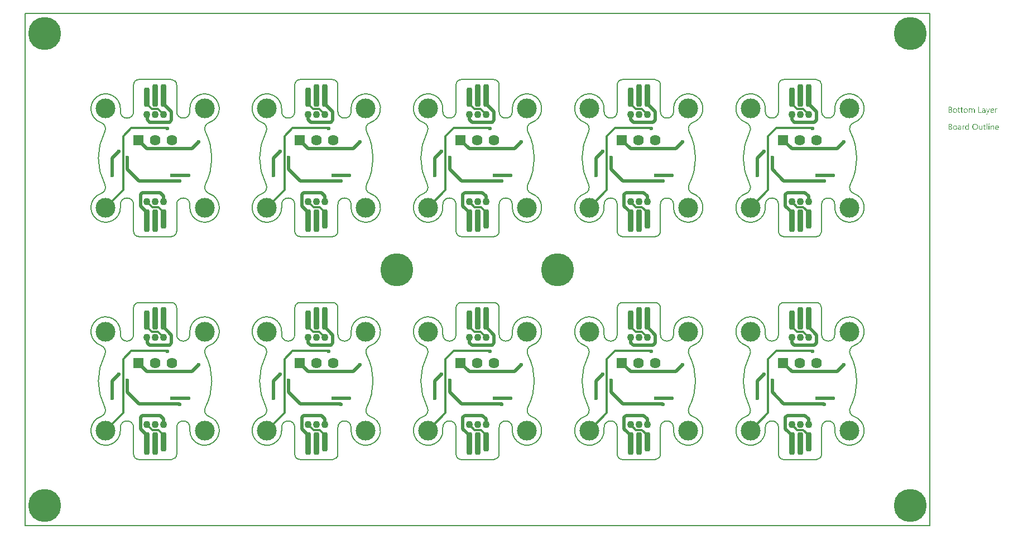
<source format=gbl>
G04*
G04 #@! TF.GenerationSoftware,Altium Limited,Altium Designer,21.8.1 (53)*
G04*
G04 Layer_Physical_Order=2*
G04 Layer_Color=16711680*
%FSAX25Y25*%
%MOIN*%
G70*
G04*
G04 #@! TF.SameCoordinates,1CCF7041-1EFB-486E-B6D5-4B62EAFF3753*
G04*
G04*
G04 #@! TF.FilePolarity,Positive*
G04*
G01*
G75*
%ADD24C,0.01968*%
%ADD25C,0.01181*%
%ADD26C,0.00787*%
%ADD27C,0.19685*%
%ADD28C,0.06378*%
%ADD29R,0.06378X0.06378*%
%ADD31C,0.11811*%
%ADD32C,0.02362*%
G04:AMPARAMS|DCode=33|XSize=35.43mil|YSize=135.83mil|CornerRadius=13.82mil|HoleSize=0mil|Usage=FLASHONLY|Rotation=180.000|XOffset=0mil|YOffset=0mil|HoleType=Round|Shape=RoundedRectangle|*
%AMROUNDEDRECTD33*
21,1,0.03543,0.10819,0,0,180.0*
21,1,0.00780,0.13583,0,0,180.0*
1,1,0.02764,-0.00390,0.05409*
1,1,0.02764,0.00390,0.05409*
1,1,0.02764,0.00390,-0.05409*
1,1,0.02764,-0.00390,-0.05409*
%
%ADD33ROUNDEDRECTD33*%
G04:AMPARAMS|DCode=34|XSize=35.43mil|YSize=116.14mil|CornerRadius=13.82mil|HoleSize=0mil|Usage=FLASHONLY|Rotation=180.000|XOffset=0mil|YOffset=0mil|HoleType=Round|Shape=RoundedRectangle|*
%AMROUNDEDRECTD34*
21,1,0.03543,0.08850,0,0,180.0*
21,1,0.00780,0.11614,0,0,180.0*
1,1,0.02764,-0.00390,0.04425*
1,1,0.02764,0.00390,0.04425*
1,1,0.02764,0.00390,-0.04425*
1,1,0.02764,-0.00390,-0.04425*
%
%ADD34ROUNDEDRECTD34*%
%ADD35C,0.04331*%
G36*
X0546826Y0229237D02*
X0546882Y0229225D01*
X0546944Y0229212D01*
X0547012Y0229188D01*
X0547092Y0229157D01*
X0547167Y0229113D01*
X0547247Y0229064D01*
X0547321Y0228996D01*
X0547390Y0228909D01*
X0547451Y0228810D01*
X0547507Y0228699D01*
X0547544Y0228556D01*
X0547575Y0228401D01*
X0547581Y0228222D01*
Y0226674D01*
X0547179D01*
Y0228117D01*
Y0228123D01*
Y0228135D01*
Y0228154D01*
Y0228185D01*
X0547173Y0228259D01*
X0547160Y0228346D01*
X0547148Y0228445D01*
X0547123Y0228544D01*
X0547092Y0228637D01*
X0547049Y0228717D01*
X0547043Y0228723D01*
X0547024Y0228748D01*
X0546993Y0228779D01*
X0546944Y0228810D01*
X0546888Y0228847D01*
X0546814Y0228872D01*
X0546721Y0228897D01*
X0546616Y0228903D01*
X0546603D01*
X0546572Y0228897D01*
X0546523Y0228890D01*
X0546461Y0228872D01*
X0546393Y0228847D01*
X0546319Y0228804D01*
X0546244Y0228748D01*
X0546176Y0228668D01*
X0546170Y0228655D01*
X0546151Y0228624D01*
X0546121Y0228575D01*
X0546090Y0228507D01*
X0546053Y0228426D01*
X0546028Y0228333D01*
X0546003Y0228222D01*
X0545997Y0228104D01*
Y0226674D01*
X0545594D01*
Y0228166D01*
Y0228172D01*
Y0228197D01*
X0545588Y0228234D01*
Y0228284D01*
X0545576Y0228340D01*
X0545564Y0228401D01*
X0545545Y0228463D01*
X0545526Y0228538D01*
X0545495Y0228606D01*
X0545458Y0228668D01*
X0545409Y0228730D01*
X0545353Y0228785D01*
X0545291Y0228835D01*
X0545211Y0228872D01*
X0545124Y0228897D01*
X0545025Y0228903D01*
X0545013D01*
X0544982Y0228897D01*
X0544932Y0228890D01*
X0544870Y0228878D01*
X0544802Y0228847D01*
X0544728Y0228810D01*
X0544654Y0228754D01*
X0544586Y0228680D01*
X0544579Y0228668D01*
X0544561Y0228643D01*
X0544530Y0228593D01*
X0544499Y0228525D01*
X0544468Y0228445D01*
X0544437Y0228346D01*
X0544418Y0228234D01*
X0544412Y0228104D01*
Y0226674D01*
X0544010D01*
Y0229188D01*
X0544412D01*
Y0228785D01*
X0544424D01*
X0544431Y0228791D01*
X0544437Y0228804D01*
X0544455Y0228829D01*
X0544474Y0228859D01*
X0544536Y0228928D01*
X0544623Y0229014D01*
X0544734Y0229101D01*
X0544864Y0229169D01*
X0544944Y0229200D01*
X0545025Y0229225D01*
X0545112Y0229237D01*
X0545204Y0229243D01*
X0545248D01*
X0545297Y0229237D01*
X0545359Y0229225D01*
X0545427Y0229206D01*
X0545502Y0229181D01*
X0545576Y0229150D01*
X0545650Y0229101D01*
X0545656Y0229095D01*
X0545681Y0229076D01*
X0545712Y0229045D01*
X0545755Y0229002D01*
X0545799Y0228946D01*
X0545842Y0228884D01*
X0545885Y0228810D01*
X0545916Y0228723D01*
X0545923Y0228730D01*
X0545929Y0228748D01*
X0545947Y0228773D01*
X0545966Y0228804D01*
X0545997Y0228847D01*
X0546034Y0228890D01*
X0546077Y0228934D01*
X0546127Y0228983D01*
X0546182Y0229033D01*
X0546244Y0229076D01*
X0546313Y0229126D01*
X0546387Y0229163D01*
X0546467Y0229194D01*
X0546554Y0229219D01*
X0546653Y0229237D01*
X0546752Y0229243D01*
X0546789D01*
X0546826Y0229237D01*
D02*
G37*
G36*
X0560859Y0229225D02*
X0560933Y0229219D01*
X0560977Y0229206D01*
X0561007Y0229194D01*
Y0228779D01*
X0561001Y0228785D01*
X0560989Y0228791D01*
X0560964Y0228804D01*
X0560933Y0228822D01*
X0560890Y0228835D01*
X0560834Y0228847D01*
X0560772Y0228853D01*
X0560704Y0228859D01*
X0560692D01*
X0560661Y0228853D01*
X0560611Y0228847D01*
X0560556Y0228829D01*
X0560481Y0228798D01*
X0560413Y0228754D01*
X0560339Y0228692D01*
X0560271Y0228612D01*
X0560265Y0228600D01*
X0560246Y0228569D01*
X0560215Y0228513D01*
X0560184Y0228439D01*
X0560153Y0228346D01*
X0560122Y0228228D01*
X0560104Y0228098D01*
X0560098Y0227950D01*
Y0226674D01*
X0559695D01*
Y0229188D01*
X0560098D01*
Y0228668D01*
X0560110D01*
Y0228674D01*
X0560116Y0228680D01*
X0560128Y0228711D01*
X0560147Y0228761D01*
X0560178Y0228822D01*
X0560209Y0228884D01*
X0560258Y0228952D01*
X0560308Y0229020D01*
X0560370Y0229082D01*
X0560376Y0229088D01*
X0560401Y0229107D01*
X0560438Y0229132D01*
X0560488Y0229157D01*
X0560543Y0229181D01*
X0560611Y0229206D01*
X0560686Y0229225D01*
X0560766Y0229231D01*
X0560822D01*
X0560859Y0229225D01*
D02*
G37*
G36*
X0555480Y0226272D02*
X0555474Y0226266D01*
X0555468Y0226241D01*
X0555449Y0226198D01*
X0555424Y0226148D01*
X0555393Y0226093D01*
X0555350Y0226025D01*
X0555306Y0225956D01*
X0555257Y0225882D01*
X0555195Y0225808D01*
X0555133Y0225740D01*
X0555059Y0225672D01*
X0554979Y0225616D01*
X0554898Y0225566D01*
X0554805Y0225523D01*
X0554712Y0225498D01*
X0554607Y0225492D01*
X0554551D01*
X0554514Y0225498D01*
X0554434Y0225511D01*
X0554347Y0225529D01*
Y0225888D01*
X0554353D01*
X0554372Y0225882D01*
X0554397Y0225876D01*
X0554427Y0225870D01*
X0554502Y0225851D01*
X0554582Y0225845D01*
X0554595D01*
X0554632Y0225851D01*
X0554688Y0225864D01*
X0554756Y0225888D01*
X0554830Y0225932D01*
X0554867Y0225963D01*
X0554904Y0226000D01*
X0554941Y0226037D01*
X0554979Y0226086D01*
X0555009Y0226142D01*
X0555040Y0226204D01*
X0555245Y0226674D01*
X0554260Y0229188D01*
X0554706D01*
X0555387Y0227250D01*
Y0227244D01*
X0555393Y0227232D01*
X0555399Y0227213D01*
X0555406Y0227188D01*
X0555412Y0227151D01*
X0555424Y0227114D01*
X0555437Y0227058D01*
X0555455D01*
Y0227071D01*
X0555468Y0227108D01*
X0555480Y0227163D01*
X0555505Y0227244D01*
X0556216Y0229188D01*
X0556631D01*
X0555480Y0226272D01*
D02*
G37*
G36*
X0553072Y0229237D02*
X0553128Y0229231D01*
X0553196Y0229212D01*
X0553270Y0229194D01*
X0553350Y0229163D01*
X0553437Y0229126D01*
X0553518Y0229076D01*
X0553598Y0229014D01*
X0553672Y0228940D01*
X0553741Y0228847D01*
X0553796Y0228742D01*
X0553839Y0228618D01*
X0553864Y0228476D01*
X0553877Y0228309D01*
Y0226674D01*
X0553474D01*
Y0227064D01*
X0553462D01*
Y0227058D01*
X0553449Y0227046D01*
X0553437Y0227021D01*
X0553412Y0226996D01*
X0553350Y0226922D01*
X0553270Y0226842D01*
X0553159Y0226761D01*
X0553029Y0226687D01*
X0552948Y0226662D01*
X0552868Y0226637D01*
X0552781Y0226625D01*
X0552688Y0226619D01*
X0552651D01*
X0552626Y0226625D01*
X0552558Y0226631D01*
X0552478Y0226643D01*
X0552379Y0226668D01*
X0552286Y0226699D01*
X0552187Y0226749D01*
X0552100Y0226811D01*
X0552094Y0226823D01*
X0552069Y0226848D01*
X0552032Y0226891D01*
X0551995Y0226953D01*
X0551958Y0227027D01*
X0551921Y0227114D01*
X0551896Y0227219D01*
X0551890Y0227337D01*
Y0227343D01*
Y0227368D01*
X0551896Y0227405D01*
X0551902Y0227448D01*
X0551914Y0227504D01*
X0551933Y0227566D01*
X0551958Y0227634D01*
X0551995Y0227702D01*
X0552038Y0227776D01*
X0552094Y0227851D01*
X0552162Y0227919D01*
X0552243Y0227980D01*
X0552335Y0228042D01*
X0552447Y0228092D01*
X0552571Y0228129D01*
X0552719Y0228160D01*
X0553474Y0228265D01*
Y0228272D01*
Y0228290D01*
X0553468Y0228327D01*
Y0228364D01*
X0553456Y0228414D01*
X0553449Y0228469D01*
X0553412Y0228587D01*
X0553381Y0228643D01*
X0553350Y0228699D01*
X0553307Y0228754D01*
X0553258Y0228804D01*
X0553196Y0228847D01*
X0553128Y0228878D01*
X0553047Y0228897D01*
X0552954Y0228903D01*
X0552911D01*
X0552880Y0228897D01*
X0552837D01*
X0552793Y0228884D01*
X0552682Y0228866D01*
X0552558Y0228829D01*
X0552422Y0228773D01*
X0552348Y0228736D01*
X0552280Y0228699D01*
X0552205Y0228649D01*
X0552137Y0228593D01*
Y0229008D01*
X0552143D01*
X0552156Y0229020D01*
X0552174Y0229033D01*
X0552205Y0229045D01*
X0552236Y0229064D01*
X0552280Y0229082D01*
X0552329Y0229101D01*
X0552385Y0229126D01*
X0552509Y0229169D01*
X0552657Y0229206D01*
X0552818Y0229231D01*
X0552991Y0229243D01*
X0553029D01*
X0553072Y0229237D01*
D02*
G37*
G36*
X0550181Y0227046D02*
X0551592D01*
Y0226674D01*
X0549766D01*
Y0230190D01*
X0550181D01*
Y0227046D01*
D02*
G37*
G36*
X0532967Y0230184D02*
X0533010D01*
X0533053Y0230178D01*
X0533152Y0230166D01*
X0533270Y0230135D01*
X0533394Y0230098D01*
X0533511Y0230042D01*
X0533617Y0229967D01*
X0533623D01*
X0533629Y0229955D01*
X0533660Y0229930D01*
X0533703Y0229881D01*
X0533753Y0229813D01*
X0533796Y0229726D01*
X0533840Y0229627D01*
X0533871Y0229516D01*
X0533883Y0229454D01*
Y0229386D01*
Y0229380D01*
Y0229373D01*
Y0229336D01*
X0533877Y0229280D01*
X0533864Y0229212D01*
X0533846Y0229126D01*
X0533815Y0229039D01*
X0533778Y0228952D01*
X0533722Y0228866D01*
X0533716Y0228853D01*
X0533691Y0228829D01*
X0533654Y0228791D01*
X0533604Y0228742D01*
X0533542Y0228692D01*
X0533468Y0228637D01*
X0533375Y0228593D01*
X0533276Y0228550D01*
Y0228544D01*
X0533295D01*
X0533314Y0228538D01*
X0533332Y0228531D01*
X0533400Y0228519D01*
X0533481Y0228494D01*
X0533567Y0228457D01*
X0533660Y0228414D01*
X0533753Y0228352D01*
X0533840Y0228272D01*
X0533852Y0228259D01*
X0533877Y0228228D01*
X0533908Y0228185D01*
X0533951Y0228117D01*
X0533988Y0228030D01*
X0534025Y0227931D01*
X0534050Y0227813D01*
X0534056Y0227683D01*
Y0227677D01*
Y0227665D01*
Y0227640D01*
X0534050Y0227609D01*
X0534044Y0227572D01*
X0534038Y0227529D01*
X0534013Y0227423D01*
X0533976Y0227306D01*
X0533920Y0227182D01*
X0533883Y0227126D01*
X0533840Y0227064D01*
X0533784Y0227009D01*
X0533728Y0226953D01*
X0533722D01*
X0533716Y0226941D01*
X0533697Y0226928D01*
X0533673Y0226910D01*
X0533641Y0226891D01*
X0533598Y0226866D01*
X0533505Y0226817D01*
X0533388Y0226761D01*
X0533252Y0226718D01*
X0533091Y0226687D01*
X0533010Y0226681D01*
X0532917Y0226674D01*
X0531890D01*
Y0230190D01*
X0532936D01*
X0532967Y0230184D01*
D02*
G37*
G36*
X0539893Y0229188D02*
X0540531D01*
Y0228841D01*
X0539893D01*
Y0227423D01*
Y0227411D01*
Y0227380D01*
X0539900Y0227337D01*
X0539906Y0227281D01*
X0539931Y0227163D01*
X0539949Y0227108D01*
X0539980Y0227064D01*
X0539986Y0227058D01*
X0539999Y0227046D01*
X0540017Y0227033D01*
X0540048Y0227015D01*
X0540085Y0226990D01*
X0540135Y0226978D01*
X0540197Y0226965D01*
X0540265Y0226959D01*
X0540290D01*
X0540320Y0226965D01*
X0540358Y0226972D01*
X0540444Y0226996D01*
X0540488Y0227015D01*
X0540531Y0227040D01*
Y0226693D01*
X0540525D01*
X0540506Y0226681D01*
X0540475Y0226674D01*
X0540432Y0226662D01*
X0540376Y0226650D01*
X0540314Y0226637D01*
X0540240Y0226631D01*
X0540153Y0226625D01*
X0540123D01*
X0540092Y0226631D01*
X0540048Y0226637D01*
X0539999Y0226650D01*
X0539943Y0226662D01*
X0539887Y0226687D01*
X0539825Y0226718D01*
X0539763Y0226755D01*
X0539702Y0226804D01*
X0539646Y0226860D01*
X0539596Y0226934D01*
X0539553Y0227015D01*
X0539522Y0227114D01*
X0539497Y0227225D01*
X0539491Y0227355D01*
Y0228841D01*
X0539064D01*
Y0229188D01*
X0539491D01*
Y0229800D01*
X0539893Y0229930D01*
Y0229188D01*
D02*
G37*
G36*
X0538191D02*
X0538829D01*
Y0228841D01*
X0538191D01*
Y0227423D01*
Y0227411D01*
Y0227380D01*
X0538197Y0227337D01*
X0538204Y0227281D01*
X0538228Y0227163D01*
X0538247Y0227108D01*
X0538278Y0227064D01*
X0538284Y0227058D01*
X0538296Y0227046D01*
X0538315Y0227033D01*
X0538346Y0227015D01*
X0538383Y0226990D01*
X0538433Y0226978D01*
X0538494Y0226965D01*
X0538563Y0226959D01*
X0538587D01*
X0538618Y0226965D01*
X0538655Y0226972D01*
X0538742Y0226996D01*
X0538785Y0227015D01*
X0538829Y0227040D01*
Y0226693D01*
X0538823D01*
X0538804Y0226681D01*
X0538773Y0226674D01*
X0538730Y0226662D01*
X0538674Y0226650D01*
X0538612Y0226637D01*
X0538538Y0226631D01*
X0538451Y0226625D01*
X0538420D01*
X0538389Y0226631D01*
X0538346Y0226637D01*
X0538296Y0226650D01*
X0538241Y0226662D01*
X0538185Y0226687D01*
X0538123Y0226718D01*
X0538061Y0226755D01*
X0537999Y0226804D01*
X0537944Y0226860D01*
X0537894Y0226934D01*
X0537851Y0227015D01*
X0537820Y0227114D01*
X0537795Y0227225D01*
X0537789Y0227355D01*
Y0228841D01*
X0537362D01*
Y0229188D01*
X0537789D01*
Y0229800D01*
X0538191Y0229930D01*
Y0229188D01*
D02*
G37*
G36*
X0558135Y0229237D02*
X0558179Y0229231D01*
X0558222Y0229225D01*
X0558333Y0229206D01*
X0558457Y0229163D01*
X0558581Y0229107D01*
X0558643Y0229070D01*
X0558705Y0229027D01*
X0558760Y0228977D01*
X0558816Y0228921D01*
X0558822Y0228915D01*
X0558829Y0228909D01*
X0558841Y0228890D01*
X0558860Y0228866D01*
X0558878Y0228829D01*
X0558903Y0228791D01*
X0558928Y0228748D01*
X0558952Y0228692D01*
X0558977Y0228630D01*
X0559002Y0228569D01*
X0559027Y0228494D01*
X0559045Y0228414D01*
X0559064Y0228327D01*
X0559076Y0228240D01*
X0559089Y0228141D01*
Y0228036D01*
Y0227826D01*
X0557312D01*
Y0227820D01*
Y0227807D01*
Y0227789D01*
X0557318Y0227758D01*
X0557325Y0227720D01*
Y0227683D01*
X0557343Y0227584D01*
X0557374Y0227485D01*
X0557411Y0227374D01*
X0557467Y0227269D01*
X0557535Y0227176D01*
X0557547Y0227163D01*
X0557572Y0227139D01*
X0557622Y0227108D01*
X0557690Y0227064D01*
X0557776Y0227021D01*
X0557875Y0226990D01*
X0557993Y0226965D01*
X0558129Y0226953D01*
X0558173D01*
X0558203Y0226959D01*
X0558241D01*
X0558284Y0226965D01*
X0558389Y0226990D01*
X0558507Y0227021D01*
X0558637Y0227071D01*
X0558773Y0227139D01*
X0558841Y0227182D01*
X0558909Y0227232D01*
Y0226854D01*
X0558903D01*
X0558897Y0226842D01*
X0558878Y0226835D01*
X0558847Y0226817D01*
X0558816Y0226798D01*
X0558779Y0226780D01*
X0558730Y0226761D01*
X0558680Y0226736D01*
X0558618Y0226712D01*
X0558550Y0226693D01*
X0558401Y0226656D01*
X0558228Y0226631D01*
X0558036Y0226619D01*
X0557987D01*
X0557950Y0226625D01*
X0557906Y0226631D01*
X0557851Y0226637D01*
X0557733Y0226662D01*
X0557597Y0226699D01*
X0557461Y0226761D01*
X0557393Y0226804D01*
X0557325Y0226848D01*
X0557263Y0226897D01*
X0557201Y0226959D01*
X0557195Y0226965D01*
X0557188Y0226978D01*
X0557176Y0226996D01*
X0557151Y0227021D01*
X0557133Y0227058D01*
X0557108Y0227101D01*
X0557077Y0227151D01*
X0557052Y0227207D01*
X0557021Y0227269D01*
X0556996Y0227343D01*
X0556965Y0227423D01*
X0556947Y0227510D01*
X0556928Y0227603D01*
X0556910Y0227702D01*
X0556904Y0227807D01*
X0556897Y0227919D01*
Y0227925D01*
Y0227943D01*
Y0227974D01*
X0556904Y0228018D01*
X0556910Y0228067D01*
X0556916Y0228123D01*
X0556922Y0228191D01*
X0556941Y0228259D01*
X0556978Y0228408D01*
X0557033Y0228569D01*
X0557071Y0228649D01*
X0557120Y0228723D01*
X0557170Y0228804D01*
X0557225Y0228872D01*
X0557232Y0228878D01*
X0557244Y0228890D01*
X0557263Y0228909D01*
X0557287Y0228928D01*
X0557318Y0228959D01*
X0557355Y0228990D01*
X0557405Y0229020D01*
X0557454Y0229058D01*
X0557572Y0229126D01*
X0557714Y0229188D01*
X0557795Y0229206D01*
X0557875Y0229225D01*
X0557962Y0229237D01*
X0558055Y0229243D01*
X0558104D01*
X0558135Y0229237D01*
D02*
G37*
G36*
X0542270D02*
X0542314Y0229231D01*
X0542369Y0229225D01*
X0542493Y0229200D01*
X0542636Y0229157D01*
X0542778Y0229095D01*
X0542852Y0229058D01*
X0542920Y0229014D01*
X0542988Y0228959D01*
X0543050Y0228897D01*
X0543056Y0228890D01*
X0543063Y0228878D01*
X0543081Y0228859D01*
X0543100Y0228835D01*
X0543125Y0228798D01*
X0543149Y0228754D01*
X0543180Y0228705D01*
X0543211Y0228649D01*
X0543236Y0228581D01*
X0543267Y0228513D01*
X0543292Y0228432D01*
X0543317Y0228346D01*
X0543335Y0228253D01*
X0543354Y0228154D01*
X0543360Y0228049D01*
X0543366Y0227937D01*
Y0227931D01*
Y0227912D01*
Y0227882D01*
X0543360Y0227838D01*
X0543354Y0227789D01*
X0543348Y0227727D01*
X0543335Y0227665D01*
X0543323Y0227590D01*
X0543286Y0227442D01*
X0543224Y0227281D01*
X0543187Y0227201D01*
X0543137Y0227120D01*
X0543087Y0227046D01*
X0543026Y0226978D01*
X0543019Y0226972D01*
X0543007Y0226965D01*
X0542988Y0226947D01*
X0542964Y0226922D01*
X0542927Y0226897D01*
X0542889Y0226866D01*
X0542840Y0226829D01*
X0542784Y0226798D01*
X0542722Y0226767D01*
X0542654Y0226730D01*
X0542580Y0226699D01*
X0542499Y0226674D01*
X0542413Y0226650D01*
X0542320Y0226637D01*
X0542221Y0226625D01*
X0542116Y0226619D01*
X0542060D01*
X0542023Y0226625D01*
X0541980Y0226631D01*
X0541924Y0226637D01*
X0541862Y0226650D01*
X0541794Y0226662D01*
X0541651Y0226705D01*
X0541503Y0226767D01*
X0541429Y0226804D01*
X0541361Y0226854D01*
X0541292Y0226904D01*
X0541224Y0226965D01*
X0541218Y0226972D01*
X0541212Y0226984D01*
X0541193Y0227003D01*
X0541175Y0227027D01*
X0541150Y0227064D01*
X0541119Y0227108D01*
X0541088Y0227157D01*
X0541063Y0227213D01*
X0541032Y0227281D01*
X0541001Y0227349D01*
X0540971Y0227423D01*
X0540946Y0227510D01*
X0540909Y0227696D01*
X0540902Y0227795D01*
X0540896Y0227900D01*
Y0227906D01*
Y0227931D01*
Y0227962D01*
X0540902Y0228005D01*
X0540909Y0228055D01*
X0540915Y0228117D01*
X0540927Y0228185D01*
X0540940Y0228259D01*
X0540977Y0228420D01*
X0541039Y0228581D01*
X0541082Y0228661D01*
X0541125Y0228742D01*
X0541175Y0228816D01*
X0541237Y0228884D01*
X0541243Y0228890D01*
X0541255Y0228903D01*
X0541274Y0228915D01*
X0541299Y0228940D01*
X0541336Y0228965D01*
X0541379Y0228996D01*
X0541429Y0229033D01*
X0541484Y0229064D01*
X0541546Y0229095D01*
X0541620Y0229132D01*
X0541695Y0229163D01*
X0541781Y0229188D01*
X0541868Y0229212D01*
X0541967Y0229231D01*
X0542072Y0229237D01*
X0542177Y0229243D01*
X0542233D01*
X0542270Y0229237D01*
D02*
G37*
G36*
X0535919D02*
X0535963Y0229231D01*
X0536019Y0229225D01*
X0536142Y0229200D01*
X0536285Y0229157D01*
X0536427Y0229095D01*
X0536501Y0229058D01*
X0536569Y0229014D01*
X0536637Y0228959D01*
X0536699Y0228897D01*
X0536706Y0228890D01*
X0536712Y0228878D01*
X0536730Y0228859D01*
X0536749Y0228835D01*
X0536774Y0228798D01*
X0536798Y0228754D01*
X0536829Y0228705D01*
X0536860Y0228649D01*
X0536885Y0228581D01*
X0536916Y0228513D01*
X0536941Y0228432D01*
X0536966Y0228346D01*
X0536984Y0228253D01*
X0537003Y0228154D01*
X0537009Y0228049D01*
X0537015Y0227937D01*
Y0227931D01*
Y0227912D01*
Y0227882D01*
X0537009Y0227838D01*
X0537003Y0227789D01*
X0536997Y0227727D01*
X0536984Y0227665D01*
X0536972Y0227590D01*
X0536935Y0227442D01*
X0536873Y0227281D01*
X0536836Y0227201D01*
X0536786Y0227120D01*
X0536736Y0227046D01*
X0536675Y0226978D01*
X0536668Y0226972D01*
X0536656Y0226965D01*
X0536637Y0226947D01*
X0536613Y0226922D01*
X0536576Y0226897D01*
X0536539Y0226866D01*
X0536489Y0226829D01*
X0536433Y0226798D01*
X0536371Y0226767D01*
X0536303Y0226730D01*
X0536229Y0226699D01*
X0536149Y0226674D01*
X0536062Y0226650D01*
X0535969Y0226637D01*
X0535870Y0226625D01*
X0535765Y0226619D01*
X0535709D01*
X0535672Y0226625D01*
X0535629Y0226631D01*
X0535573Y0226637D01*
X0535511Y0226650D01*
X0535443Y0226662D01*
X0535300Y0226705D01*
X0535152Y0226767D01*
X0535078Y0226804D01*
X0535009Y0226854D01*
X0534941Y0226904D01*
X0534873Y0226965D01*
X0534867Y0226972D01*
X0534861Y0226984D01*
X0534842Y0227003D01*
X0534824Y0227027D01*
X0534799Y0227064D01*
X0534768Y0227108D01*
X0534737Y0227157D01*
X0534712Y0227213D01*
X0534682Y0227281D01*
X0534651Y0227349D01*
X0534620Y0227423D01*
X0534595Y0227510D01*
X0534558Y0227696D01*
X0534551Y0227795D01*
X0534545Y0227900D01*
Y0227906D01*
Y0227931D01*
Y0227962D01*
X0534551Y0228005D01*
X0534558Y0228055D01*
X0534564Y0228117D01*
X0534576Y0228185D01*
X0534589Y0228259D01*
X0534626Y0228420D01*
X0534688Y0228581D01*
X0534731Y0228661D01*
X0534774Y0228742D01*
X0534824Y0228816D01*
X0534886Y0228884D01*
X0534892Y0228890D01*
X0534904Y0228903D01*
X0534923Y0228915D01*
X0534948Y0228940D01*
X0534985Y0228965D01*
X0535028Y0228996D01*
X0535078Y0229033D01*
X0535133Y0229064D01*
X0535195Y0229095D01*
X0535269Y0229132D01*
X0535344Y0229163D01*
X0535430Y0229188D01*
X0535517Y0229212D01*
X0535616Y0229231D01*
X0535721Y0229237D01*
X0535827Y0229243D01*
X0535882D01*
X0535919Y0229237D01*
D02*
G37*
G36*
X0556099Y0220157D02*
X0556124D01*
X0556179Y0220132D01*
X0556210Y0220114D01*
X0556241Y0220089D01*
X0556247Y0220083D01*
X0556254Y0220077D01*
X0556285Y0220040D01*
X0556309Y0219978D01*
X0556316Y0219941D01*
X0556322Y0219903D01*
Y0219897D01*
Y0219885D01*
X0556316Y0219866D01*
X0556309Y0219842D01*
X0556291Y0219780D01*
X0556266Y0219749D01*
X0556241Y0219718D01*
X0556235D01*
X0556229Y0219705D01*
X0556192Y0219681D01*
X0556136Y0219656D01*
X0556099Y0219650D01*
X0556062Y0219643D01*
X0556043D01*
X0556025Y0219650D01*
X0556000D01*
X0555938Y0219674D01*
X0555907Y0219687D01*
X0555876Y0219711D01*
Y0219718D01*
X0555864Y0219724D01*
X0555851Y0219742D01*
X0555839Y0219761D01*
X0555814Y0219823D01*
X0555808Y0219860D01*
X0555802Y0219903D01*
Y0219910D01*
Y0219922D01*
X0555808Y0219941D01*
X0555814Y0219971D01*
X0555833Y0220027D01*
X0555851Y0220058D01*
X0555876Y0220089D01*
X0555882Y0220095D01*
X0555888Y0220101D01*
X0555926Y0220126D01*
X0555987Y0220151D01*
X0556025Y0220163D01*
X0556080D01*
X0556099Y0220157D01*
D02*
G37*
G36*
X0544109Y0216493D02*
X0543707D01*
Y0216914D01*
X0543694D01*
Y0216908D01*
X0543682Y0216895D01*
X0543663Y0216870D01*
X0543645Y0216839D01*
X0543614Y0216802D01*
X0543576Y0216765D01*
X0543533Y0216722D01*
X0543484Y0216678D01*
X0543428Y0216629D01*
X0543360Y0216586D01*
X0543292Y0216548D01*
X0543211Y0216511D01*
X0543131Y0216480D01*
X0543038Y0216456D01*
X0542939Y0216443D01*
X0542834Y0216437D01*
X0542790D01*
X0542753Y0216443D01*
X0542716Y0216449D01*
X0542667Y0216456D01*
X0542561Y0216480D01*
X0542438Y0216517D01*
X0542314Y0216579D01*
X0542246Y0216617D01*
X0542190Y0216660D01*
X0542128Y0216716D01*
X0542072Y0216771D01*
Y0216777D01*
X0542060Y0216790D01*
X0542048Y0216808D01*
X0542029Y0216833D01*
X0542010Y0216864D01*
X0541986Y0216908D01*
X0541961Y0216957D01*
X0541936Y0217013D01*
X0541905Y0217075D01*
X0541880Y0217143D01*
X0541856Y0217217D01*
X0541837Y0217297D01*
X0541819Y0217384D01*
X0541806Y0217483D01*
X0541800Y0217582D01*
X0541794Y0217687D01*
Y0217694D01*
Y0217712D01*
Y0217749D01*
X0541800Y0217793D01*
X0541806Y0217842D01*
X0541812Y0217904D01*
X0541819Y0217972D01*
X0541831Y0218046D01*
X0541868Y0218207D01*
X0541924Y0218374D01*
X0541961Y0218455D01*
X0542004Y0218535D01*
X0542048Y0218610D01*
X0542103Y0218684D01*
X0542109Y0218690D01*
X0542116Y0218703D01*
X0542134Y0218721D01*
X0542159Y0218746D01*
X0542190Y0218771D01*
X0542233Y0218802D01*
X0542277Y0218839D01*
X0542326Y0218876D01*
X0542450Y0218944D01*
X0542592Y0219006D01*
X0542673Y0219024D01*
X0542759Y0219043D01*
X0542846Y0219055D01*
X0542945Y0219062D01*
X0542995D01*
X0543032Y0219055D01*
X0543069Y0219049D01*
X0543118Y0219043D01*
X0543230Y0219012D01*
X0543354Y0218963D01*
X0543415Y0218932D01*
X0543477Y0218888D01*
X0543539Y0218845D01*
X0543595Y0218789D01*
X0543645Y0218727D01*
X0543694Y0218653D01*
X0543707D01*
Y0220213D01*
X0544109D01*
Y0216493D01*
D02*
G37*
G36*
X0558377Y0219055D02*
X0558451Y0219049D01*
X0558544Y0219031D01*
X0558643Y0219000D01*
X0558748Y0218950D01*
X0558853Y0218882D01*
X0558897Y0218845D01*
X0558940Y0218795D01*
X0558952Y0218783D01*
X0558977Y0218746D01*
X0559008Y0218684D01*
X0559052Y0218597D01*
X0559089Y0218492D01*
X0559126Y0218362D01*
X0559151Y0218207D01*
X0559157Y0218028D01*
Y0216493D01*
X0558754D01*
Y0217923D01*
Y0217929D01*
Y0217960D01*
X0558748Y0217997D01*
Y0218046D01*
X0558736Y0218108D01*
X0558723Y0218176D01*
X0558705Y0218251D01*
X0558680Y0218325D01*
X0558649Y0218399D01*
X0558612Y0218467D01*
X0558563Y0218535D01*
X0558507Y0218597D01*
X0558445Y0218647D01*
X0558364Y0218684D01*
X0558278Y0218715D01*
X0558173Y0218721D01*
X0558160D01*
X0558123Y0218715D01*
X0558067Y0218709D01*
X0557999Y0218690D01*
X0557919Y0218665D01*
X0557832Y0218622D01*
X0557752Y0218566D01*
X0557671Y0218492D01*
X0557665Y0218480D01*
X0557640Y0218455D01*
X0557609Y0218405D01*
X0557572Y0218337D01*
X0557535Y0218257D01*
X0557504Y0218158D01*
X0557479Y0218046D01*
X0557473Y0217923D01*
Y0216493D01*
X0557071D01*
Y0219006D01*
X0557473D01*
Y0218585D01*
X0557485D01*
X0557492Y0218591D01*
X0557498Y0218603D01*
X0557516Y0218628D01*
X0557541Y0218659D01*
X0557566Y0218696D01*
X0557603Y0218734D01*
X0557646Y0218777D01*
X0557696Y0218826D01*
X0557752Y0218870D01*
X0557814Y0218913D01*
X0557882Y0218950D01*
X0557956Y0218987D01*
X0558030Y0219018D01*
X0558117Y0219043D01*
X0558210Y0219055D01*
X0558309Y0219062D01*
X0558346D01*
X0558377Y0219055D01*
D02*
G37*
G36*
X0541379Y0219043D02*
X0541453Y0219037D01*
X0541497Y0219024D01*
X0541528Y0219012D01*
Y0218597D01*
X0541521Y0218603D01*
X0541509Y0218610D01*
X0541484Y0218622D01*
X0541453Y0218641D01*
X0541410Y0218653D01*
X0541354Y0218665D01*
X0541292Y0218672D01*
X0541224Y0218678D01*
X0541212D01*
X0541181Y0218672D01*
X0541131Y0218665D01*
X0541076Y0218647D01*
X0541001Y0218616D01*
X0540933Y0218573D01*
X0540859Y0218511D01*
X0540791Y0218430D01*
X0540785Y0218418D01*
X0540766Y0218387D01*
X0540735Y0218331D01*
X0540704Y0218257D01*
X0540673Y0218164D01*
X0540642Y0218046D01*
X0540624Y0217916D01*
X0540618Y0217768D01*
Y0216493D01*
X0540215D01*
Y0219006D01*
X0540618D01*
Y0218486D01*
X0540630D01*
Y0218492D01*
X0540636Y0218498D01*
X0540649Y0218529D01*
X0540667Y0218579D01*
X0540698Y0218641D01*
X0540729Y0218703D01*
X0540779Y0218771D01*
X0540828Y0218839D01*
X0540890Y0218901D01*
X0540896Y0218907D01*
X0540921Y0218925D01*
X0540958Y0218950D01*
X0541008Y0218975D01*
X0541063Y0219000D01*
X0541131Y0219024D01*
X0541206Y0219043D01*
X0541286Y0219049D01*
X0541342D01*
X0541379Y0219043D01*
D02*
G37*
G36*
X0552119Y0216493D02*
X0551716D01*
Y0216889D01*
X0551704D01*
Y0216883D01*
X0551692Y0216870D01*
X0551679Y0216846D01*
X0551654Y0216821D01*
X0551599Y0216746D01*
X0551512Y0216666D01*
X0551463Y0216623D01*
X0551407Y0216579D01*
X0551345Y0216542D01*
X0551271Y0216505D01*
X0551196Y0216480D01*
X0551116Y0216456D01*
X0551023Y0216443D01*
X0550930Y0216437D01*
X0550893D01*
X0550850Y0216443D01*
X0550788Y0216456D01*
X0550720Y0216468D01*
X0550645Y0216493D01*
X0550565Y0216524D01*
X0550485Y0216573D01*
X0550398Y0216629D01*
X0550317Y0216697D01*
X0550243Y0216784D01*
X0550175Y0216889D01*
X0550113Y0217006D01*
X0550070Y0217149D01*
X0550045Y0217316D01*
X0550033Y0217403D01*
Y0217502D01*
Y0219006D01*
X0550429D01*
Y0217564D01*
Y0217557D01*
Y0217533D01*
X0550435Y0217489D01*
X0550441Y0217440D01*
X0550447Y0217378D01*
X0550460Y0217316D01*
X0550478Y0217242D01*
X0550503Y0217167D01*
X0550540Y0217093D01*
X0550577Y0217025D01*
X0550627Y0216957D01*
X0550689Y0216895D01*
X0550757Y0216846D01*
X0550837Y0216808D01*
X0550936Y0216777D01*
X0551042Y0216771D01*
X0551054D01*
X0551091Y0216777D01*
X0551147Y0216784D01*
X0551209Y0216796D01*
X0551289Y0216827D01*
X0551370Y0216864D01*
X0551450Y0216914D01*
X0551524Y0216988D01*
X0551531Y0217000D01*
X0551555Y0217025D01*
X0551586Y0217075D01*
X0551623Y0217143D01*
X0551654Y0217223D01*
X0551685Y0217322D01*
X0551710Y0217434D01*
X0551716Y0217557D01*
Y0219006D01*
X0552119D01*
Y0216493D01*
D02*
G37*
G36*
X0556254D02*
X0555851D01*
Y0219006D01*
X0556254D01*
Y0216493D01*
D02*
G37*
G36*
X0555034D02*
X0554632D01*
Y0220213D01*
X0555034D01*
Y0216493D01*
D02*
G37*
G36*
X0538655Y0219055D02*
X0538711Y0219049D01*
X0538779Y0219031D01*
X0538854Y0219012D01*
X0538934Y0218981D01*
X0539021Y0218944D01*
X0539101Y0218895D01*
X0539182Y0218832D01*
X0539256Y0218758D01*
X0539324Y0218665D01*
X0539380Y0218560D01*
X0539423Y0218436D01*
X0539448Y0218294D01*
X0539460Y0218127D01*
Y0216493D01*
X0539058D01*
Y0216883D01*
X0539045D01*
Y0216877D01*
X0539033Y0216864D01*
X0539021Y0216839D01*
X0538996Y0216815D01*
X0538934Y0216740D01*
X0538854Y0216660D01*
X0538742Y0216579D01*
X0538612Y0216505D01*
X0538532Y0216480D01*
X0538451Y0216456D01*
X0538365Y0216443D01*
X0538272Y0216437D01*
X0538235D01*
X0538210Y0216443D01*
X0538142Y0216449D01*
X0538061Y0216462D01*
X0537962Y0216487D01*
X0537869Y0216517D01*
X0537770Y0216567D01*
X0537684Y0216629D01*
X0537677Y0216641D01*
X0537653Y0216666D01*
X0537615Y0216709D01*
X0537578Y0216771D01*
X0537541Y0216846D01*
X0537504Y0216932D01*
X0537479Y0217037D01*
X0537473Y0217155D01*
Y0217161D01*
Y0217186D01*
X0537479Y0217223D01*
X0537486Y0217267D01*
X0537498Y0217322D01*
X0537516Y0217384D01*
X0537541Y0217452D01*
X0537578Y0217520D01*
X0537622Y0217595D01*
X0537677Y0217669D01*
X0537746Y0217737D01*
X0537826Y0217799D01*
X0537919Y0217861D01*
X0538030Y0217910D01*
X0538154Y0217947D01*
X0538303Y0217978D01*
X0539058Y0218084D01*
Y0218090D01*
Y0218108D01*
X0539052Y0218145D01*
Y0218183D01*
X0539039Y0218232D01*
X0539033Y0218288D01*
X0538996Y0218405D01*
X0538965Y0218461D01*
X0538934Y0218517D01*
X0538891Y0218573D01*
X0538841Y0218622D01*
X0538779Y0218665D01*
X0538711Y0218696D01*
X0538631Y0218715D01*
X0538538Y0218721D01*
X0538494D01*
X0538463Y0218715D01*
X0538420D01*
X0538377Y0218703D01*
X0538266Y0218684D01*
X0538142Y0218647D01*
X0538005Y0218591D01*
X0537931Y0218554D01*
X0537863Y0218517D01*
X0537789Y0218467D01*
X0537721Y0218412D01*
Y0218826D01*
X0537727D01*
X0537739Y0218839D01*
X0537758Y0218851D01*
X0537789Y0218864D01*
X0537820Y0218882D01*
X0537863Y0218901D01*
X0537913Y0218919D01*
X0537968Y0218944D01*
X0538092Y0218987D01*
X0538241Y0219024D01*
X0538402Y0219049D01*
X0538575Y0219062D01*
X0538612D01*
X0538655Y0219055D01*
D02*
G37*
G36*
X0532967Y0220003D02*
X0533010D01*
X0533053Y0219996D01*
X0533152Y0219984D01*
X0533270Y0219953D01*
X0533394Y0219916D01*
X0533511Y0219860D01*
X0533617Y0219786D01*
X0533623D01*
X0533629Y0219773D01*
X0533660Y0219749D01*
X0533703Y0219699D01*
X0533753Y0219631D01*
X0533796Y0219544D01*
X0533840Y0219445D01*
X0533871Y0219334D01*
X0533883Y0219272D01*
Y0219204D01*
Y0219198D01*
Y0219192D01*
Y0219154D01*
X0533877Y0219099D01*
X0533864Y0219031D01*
X0533846Y0218944D01*
X0533815Y0218857D01*
X0533778Y0218771D01*
X0533722Y0218684D01*
X0533716Y0218672D01*
X0533691Y0218647D01*
X0533654Y0218610D01*
X0533604Y0218560D01*
X0533542Y0218511D01*
X0533468Y0218455D01*
X0533375Y0218412D01*
X0533276Y0218368D01*
Y0218362D01*
X0533295D01*
X0533314Y0218356D01*
X0533332Y0218350D01*
X0533400Y0218337D01*
X0533481Y0218313D01*
X0533567Y0218275D01*
X0533660Y0218232D01*
X0533753Y0218170D01*
X0533840Y0218090D01*
X0533852Y0218077D01*
X0533877Y0218046D01*
X0533908Y0218003D01*
X0533951Y0217935D01*
X0533988Y0217848D01*
X0534025Y0217749D01*
X0534050Y0217632D01*
X0534056Y0217502D01*
Y0217495D01*
Y0217483D01*
Y0217458D01*
X0534050Y0217427D01*
X0534044Y0217390D01*
X0534038Y0217347D01*
X0534013Y0217242D01*
X0533976Y0217124D01*
X0533920Y0217000D01*
X0533883Y0216945D01*
X0533840Y0216883D01*
X0533784Y0216827D01*
X0533728Y0216771D01*
X0533722D01*
X0533716Y0216759D01*
X0533697Y0216746D01*
X0533673Y0216728D01*
X0533641Y0216709D01*
X0533598Y0216685D01*
X0533505Y0216635D01*
X0533388Y0216579D01*
X0533252Y0216536D01*
X0533091Y0216505D01*
X0533010Y0216499D01*
X0532917Y0216493D01*
X0531890D01*
Y0220009D01*
X0532936D01*
X0532967Y0220003D01*
D02*
G37*
G36*
X0553462Y0219006D02*
X0554100D01*
Y0218659D01*
X0553462D01*
Y0217242D01*
Y0217229D01*
Y0217198D01*
X0553468Y0217155D01*
X0553474Y0217099D01*
X0553499Y0216982D01*
X0553518Y0216926D01*
X0553549Y0216883D01*
X0553555Y0216877D01*
X0553567Y0216864D01*
X0553586Y0216852D01*
X0553617Y0216833D01*
X0553654Y0216808D01*
X0553703Y0216796D01*
X0553765Y0216784D01*
X0553833Y0216777D01*
X0553858D01*
X0553889Y0216784D01*
X0553926Y0216790D01*
X0554013Y0216815D01*
X0554056Y0216833D01*
X0554100Y0216858D01*
Y0216511D01*
X0554093D01*
X0554075Y0216499D01*
X0554044Y0216493D01*
X0554000Y0216480D01*
X0553945Y0216468D01*
X0553883Y0216456D01*
X0553809Y0216449D01*
X0553722Y0216443D01*
X0553691D01*
X0553660Y0216449D01*
X0553617Y0216456D01*
X0553567Y0216468D01*
X0553511Y0216480D01*
X0553456Y0216505D01*
X0553394Y0216536D01*
X0553332Y0216573D01*
X0553270Y0216623D01*
X0553214Y0216678D01*
X0553165Y0216753D01*
X0553122Y0216833D01*
X0553090Y0216932D01*
X0553066Y0217044D01*
X0553060Y0217174D01*
Y0218659D01*
X0552632D01*
Y0219006D01*
X0553060D01*
Y0219619D01*
X0553462Y0219749D01*
Y0219006D01*
D02*
G37*
G36*
X0560989Y0219055D02*
X0561032Y0219049D01*
X0561076Y0219043D01*
X0561187Y0219024D01*
X0561311Y0218981D01*
X0561435Y0218925D01*
X0561496Y0218888D01*
X0561558Y0218845D01*
X0561614Y0218795D01*
X0561670Y0218740D01*
X0561676Y0218734D01*
X0561682Y0218727D01*
X0561695Y0218709D01*
X0561713Y0218684D01*
X0561732Y0218647D01*
X0561757Y0218610D01*
X0561781Y0218566D01*
X0561806Y0218511D01*
X0561831Y0218449D01*
X0561856Y0218387D01*
X0561880Y0218313D01*
X0561899Y0218232D01*
X0561917Y0218145D01*
X0561930Y0218059D01*
X0561942Y0217960D01*
Y0217854D01*
Y0217644D01*
X0560166D01*
Y0217638D01*
Y0217625D01*
Y0217607D01*
X0560172Y0217576D01*
X0560178Y0217539D01*
Y0217502D01*
X0560197Y0217403D01*
X0560228Y0217304D01*
X0560265Y0217192D01*
X0560320Y0217087D01*
X0560389Y0216994D01*
X0560401Y0216982D01*
X0560426Y0216957D01*
X0560475Y0216926D01*
X0560543Y0216883D01*
X0560630Y0216839D01*
X0560729Y0216808D01*
X0560847Y0216784D01*
X0560983Y0216771D01*
X0561026D01*
X0561057Y0216777D01*
X0561094D01*
X0561137Y0216784D01*
X0561243Y0216808D01*
X0561360Y0216839D01*
X0561490Y0216889D01*
X0561626Y0216957D01*
X0561695Y0217000D01*
X0561763Y0217050D01*
Y0216672D01*
X0561757D01*
X0561750Y0216660D01*
X0561732Y0216654D01*
X0561701Y0216635D01*
X0561670Y0216617D01*
X0561633Y0216598D01*
X0561583Y0216579D01*
X0561534Y0216555D01*
X0561472Y0216530D01*
X0561404Y0216511D01*
X0561255Y0216474D01*
X0561082Y0216449D01*
X0560890Y0216437D01*
X0560840D01*
X0560803Y0216443D01*
X0560760Y0216449D01*
X0560704Y0216456D01*
X0560587Y0216480D01*
X0560450Y0216517D01*
X0560314Y0216579D01*
X0560246Y0216623D01*
X0560178Y0216666D01*
X0560116Y0216716D01*
X0560054Y0216777D01*
X0560048Y0216784D01*
X0560042Y0216796D01*
X0560030Y0216815D01*
X0560005Y0216839D01*
X0559986Y0216877D01*
X0559961Y0216920D01*
X0559931Y0216969D01*
X0559906Y0217025D01*
X0559875Y0217087D01*
X0559850Y0217161D01*
X0559819Y0217242D01*
X0559800Y0217328D01*
X0559782Y0217421D01*
X0559763Y0217520D01*
X0559757Y0217625D01*
X0559751Y0217737D01*
Y0217743D01*
Y0217762D01*
Y0217793D01*
X0559757Y0217836D01*
X0559763Y0217885D01*
X0559769Y0217941D01*
X0559776Y0218009D01*
X0559794Y0218077D01*
X0559831Y0218226D01*
X0559887Y0218387D01*
X0559924Y0218467D01*
X0559974Y0218542D01*
X0560023Y0218622D01*
X0560079Y0218690D01*
X0560085Y0218696D01*
X0560098Y0218709D01*
X0560116Y0218727D01*
X0560141Y0218746D01*
X0560172Y0218777D01*
X0560209Y0218808D01*
X0560258Y0218839D01*
X0560308Y0218876D01*
X0560426Y0218944D01*
X0560568Y0219006D01*
X0560648Y0219024D01*
X0560729Y0219043D01*
X0560816Y0219055D01*
X0560909Y0219062D01*
X0560958D01*
X0560989Y0219055D01*
D02*
G37*
G36*
X0547947Y0220064D02*
X0548008Y0220058D01*
X0548083Y0220046D01*
X0548163Y0220027D01*
X0548250Y0220009D01*
X0548337Y0219984D01*
X0548436Y0219953D01*
X0548528Y0219910D01*
X0548628Y0219860D01*
X0548727Y0219804D01*
X0548819Y0219736D01*
X0548912Y0219662D01*
X0548999Y0219575D01*
X0549005Y0219569D01*
X0549017Y0219551D01*
X0549042Y0219526D01*
X0549067Y0219489D01*
X0549104Y0219439D01*
X0549141Y0219377D01*
X0549178Y0219309D01*
X0549222Y0219235D01*
X0549265Y0219142D01*
X0549302Y0219049D01*
X0549339Y0218944D01*
X0549376Y0218826D01*
X0549401Y0218709D01*
X0549426Y0218579D01*
X0549438Y0218436D01*
X0549445Y0218294D01*
Y0218282D01*
Y0218257D01*
Y0218214D01*
X0549438Y0218152D01*
X0549432Y0218077D01*
X0549420Y0217997D01*
X0549407Y0217904D01*
X0549389Y0217799D01*
X0549364Y0217694D01*
X0549333Y0217582D01*
X0549296Y0217471D01*
X0549253Y0217359D01*
X0549197Y0217242D01*
X0549135Y0217137D01*
X0549067Y0217031D01*
X0548986Y0216932D01*
X0548980Y0216926D01*
X0548968Y0216914D01*
X0548937Y0216889D01*
X0548906Y0216858D01*
X0548856Y0216815D01*
X0548801Y0216777D01*
X0548739Y0216728D01*
X0548665Y0216685D01*
X0548584Y0216641D01*
X0548491Y0216592D01*
X0548392Y0216555D01*
X0548281Y0216517D01*
X0548163Y0216480D01*
X0548039Y0216456D01*
X0547909Y0216443D01*
X0547767Y0216437D01*
X0547736D01*
X0547693Y0216443D01*
X0547643D01*
X0547581Y0216449D01*
X0547507Y0216462D01*
X0547427Y0216480D01*
X0547334Y0216499D01*
X0547241Y0216524D01*
X0547142Y0216555D01*
X0547043Y0216598D01*
X0546944Y0216641D01*
X0546845Y0216697D01*
X0546746Y0216765D01*
X0546653Y0216839D01*
X0546566Y0216926D01*
X0546560Y0216932D01*
X0546548Y0216951D01*
X0546523Y0216976D01*
X0546498Y0217013D01*
X0546461Y0217062D01*
X0546424Y0217124D01*
X0546387Y0217192D01*
X0546343Y0217273D01*
X0546300Y0217359D01*
X0546263Y0217452D01*
X0546226Y0217557D01*
X0546189Y0217675D01*
X0546164Y0217793D01*
X0546139Y0217923D01*
X0546127Y0218065D01*
X0546121Y0218207D01*
Y0218220D01*
Y0218245D01*
X0546127Y0218288D01*
Y0218350D01*
X0546133Y0218418D01*
X0546145Y0218505D01*
X0546158Y0218597D01*
X0546176Y0218696D01*
X0546201Y0218802D01*
X0546232Y0218913D01*
X0546269Y0219024D01*
X0546313Y0219136D01*
X0546368Y0219247D01*
X0546430Y0219359D01*
X0546498Y0219464D01*
X0546579Y0219563D01*
X0546585Y0219569D01*
X0546597Y0219588D01*
X0546628Y0219613D01*
X0546665Y0219643D01*
X0546709Y0219681D01*
X0546764Y0219724D01*
X0546832Y0219767D01*
X0546907Y0219817D01*
X0546993Y0219866D01*
X0547086Y0219910D01*
X0547185Y0219953D01*
X0547297Y0219990D01*
X0547421Y0220021D01*
X0547550Y0220052D01*
X0547687Y0220064D01*
X0547829Y0220071D01*
X0547897D01*
X0547947Y0220064D01*
D02*
G37*
G36*
X0535919Y0219055D02*
X0535963Y0219049D01*
X0536019Y0219043D01*
X0536142Y0219018D01*
X0536285Y0218975D01*
X0536427Y0218913D01*
X0536501Y0218876D01*
X0536569Y0218832D01*
X0536637Y0218777D01*
X0536699Y0218715D01*
X0536706Y0218709D01*
X0536712Y0218696D01*
X0536730Y0218678D01*
X0536749Y0218653D01*
X0536774Y0218616D01*
X0536798Y0218573D01*
X0536829Y0218523D01*
X0536860Y0218467D01*
X0536885Y0218399D01*
X0536916Y0218331D01*
X0536941Y0218251D01*
X0536966Y0218164D01*
X0536984Y0218071D01*
X0537003Y0217972D01*
X0537009Y0217867D01*
X0537015Y0217756D01*
Y0217749D01*
Y0217731D01*
Y0217700D01*
X0537009Y0217656D01*
X0537003Y0217607D01*
X0536997Y0217545D01*
X0536984Y0217483D01*
X0536972Y0217409D01*
X0536935Y0217260D01*
X0536873Y0217099D01*
X0536836Y0217019D01*
X0536786Y0216938D01*
X0536736Y0216864D01*
X0536675Y0216796D01*
X0536668Y0216790D01*
X0536656Y0216784D01*
X0536637Y0216765D01*
X0536613Y0216740D01*
X0536576Y0216716D01*
X0536539Y0216685D01*
X0536489Y0216648D01*
X0536433Y0216617D01*
X0536371Y0216586D01*
X0536303Y0216548D01*
X0536229Y0216517D01*
X0536149Y0216493D01*
X0536062Y0216468D01*
X0535969Y0216456D01*
X0535870Y0216443D01*
X0535765Y0216437D01*
X0535709D01*
X0535672Y0216443D01*
X0535629Y0216449D01*
X0535573Y0216456D01*
X0535511Y0216468D01*
X0535443Y0216480D01*
X0535300Y0216524D01*
X0535152Y0216586D01*
X0535078Y0216623D01*
X0535009Y0216672D01*
X0534941Y0216722D01*
X0534873Y0216784D01*
X0534867Y0216790D01*
X0534861Y0216802D01*
X0534842Y0216821D01*
X0534824Y0216846D01*
X0534799Y0216883D01*
X0534768Y0216926D01*
X0534737Y0216976D01*
X0534712Y0217031D01*
X0534682Y0217099D01*
X0534651Y0217167D01*
X0534620Y0217242D01*
X0534595Y0217328D01*
X0534558Y0217514D01*
X0534551Y0217613D01*
X0534545Y0217718D01*
Y0217724D01*
Y0217749D01*
Y0217780D01*
X0534551Y0217824D01*
X0534558Y0217873D01*
X0534564Y0217935D01*
X0534576Y0218003D01*
X0534589Y0218077D01*
X0534626Y0218238D01*
X0534688Y0218399D01*
X0534731Y0218480D01*
X0534774Y0218560D01*
X0534824Y0218635D01*
X0534886Y0218703D01*
X0534892Y0218709D01*
X0534904Y0218721D01*
X0534923Y0218734D01*
X0534948Y0218758D01*
X0534985Y0218783D01*
X0535028Y0218814D01*
X0535078Y0218851D01*
X0535133Y0218882D01*
X0535195Y0218913D01*
X0535269Y0218950D01*
X0535344Y0218981D01*
X0535430Y0219006D01*
X0535517Y0219031D01*
X0535616Y0219049D01*
X0535721Y0219055D01*
X0535827Y0219062D01*
X0535882D01*
X0535919Y0219055D01*
D02*
G37*
%LPC*%
G36*
X0553474Y0227943D02*
X0552868Y0227857D01*
X0552855D01*
X0552824Y0227851D01*
X0552775Y0227838D01*
X0552713Y0227826D01*
X0552645Y0227807D01*
X0552571Y0227782D01*
X0552509Y0227758D01*
X0552447Y0227720D01*
X0552441Y0227714D01*
X0552422Y0227702D01*
X0552403Y0227677D01*
X0552379Y0227640D01*
X0552348Y0227590D01*
X0552329Y0227529D01*
X0552311Y0227454D01*
X0552304Y0227368D01*
Y0227361D01*
Y0227337D01*
X0552311Y0227306D01*
X0552323Y0227262D01*
X0552335Y0227213D01*
X0552360Y0227163D01*
X0552391Y0227114D01*
X0552434Y0227064D01*
X0552441Y0227058D01*
X0552459Y0227046D01*
X0552490Y0227027D01*
X0552527Y0227009D01*
X0552577Y0226990D01*
X0552639Y0226972D01*
X0552707Y0226959D01*
X0552787Y0226953D01*
X0552800D01*
X0552837Y0226959D01*
X0552892Y0226965D01*
X0552960Y0226978D01*
X0553035Y0227003D01*
X0553122Y0227040D01*
X0553202Y0227095D01*
X0553276Y0227163D01*
X0553282Y0227176D01*
X0553307Y0227201D01*
X0553338Y0227244D01*
X0553375Y0227306D01*
X0553412Y0227386D01*
X0553443Y0227473D01*
X0553468Y0227578D01*
X0553474Y0227690D01*
Y0227943D01*
D02*
G37*
G36*
X0532775Y0229819D02*
X0532304D01*
Y0228680D01*
X0532781D01*
X0532843Y0228686D01*
X0532917Y0228699D01*
X0533004Y0228717D01*
X0533097Y0228748D01*
X0533177Y0228785D01*
X0533258Y0228841D01*
X0533264Y0228847D01*
X0533289Y0228872D01*
X0533320Y0228909D01*
X0533357Y0228965D01*
X0533388Y0229027D01*
X0533419Y0229107D01*
X0533443Y0229200D01*
X0533450Y0229305D01*
Y0229311D01*
Y0229330D01*
X0533443Y0229355D01*
X0533437Y0229386D01*
X0533413Y0229466D01*
X0533394Y0229516D01*
X0533363Y0229565D01*
X0533332Y0229608D01*
X0533283Y0229658D01*
X0533233Y0229701D01*
X0533165Y0229738D01*
X0533091Y0229769D01*
X0532998Y0229794D01*
X0532893Y0229813D01*
X0532775Y0229819D01*
D02*
G37*
G36*
Y0228309D02*
X0532304D01*
Y0227046D01*
X0532924D01*
X0532985Y0227052D01*
X0533072Y0227064D01*
X0533159Y0227089D01*
X0533252Y0227114D01*
X0533344Y0227157D01*
X0533425Y0227213D01*
X0533431Y0227219D01*
X0533456Y0227244D01*
X0533487Y0227281D01*
X0533524Y0227337D01*
X0533561Y0227405D01*
X0533592Y0227485D01*
X0533617Y0227584D01*
X0533623Y0227690D01*
Y0227696D01*
Y0227714D01*
X0533617Y0227745D01*
X0533611Y0227789D01*
X0533598Y0227832D01*
X0533580Y0227888D01*
X0533555Y0227943D01*
X0533518Y0227999D01*
X0533474Y0228055D01*
X0533419Y0228111D01*
X0533351Y0228166D01*
X0533264Y0228209D01*
X0533171Y0228253D01*
X0533053Y0228284D01*
X0532924Y0228302D01*
X0532775Y0228309D01*
D02*
G37*
G36*
X0558049Y0228903D02*
X0557999D01*
X0557950Y0228890D01*
X0557882Y0228878D01*
X0557807Y0228853D01*
X0557721Y0228816D01*
X0557640Y0228767D01*
X0557560Y0228699D01*
X0557553Y0228692D01*
X0557529Y0228661D01*
X0557498Y0228618D01*
X0557454Y0228556D01*
X0557411Y0228482D01*
X0557374Y0228389D01*
X0557343Y0228284D01*
X0557318Y0228166D01*
X0558674D01*
Y0228172D01*
Y0228185D01*
Y0228197D01*
Y0228222D01*
X0558668Y0228290D01*
X0558655Y0228364D01*
X0558631Y0228457D01*
X0558606Y0228544D01*
X0558563Y0228630D01*
X0558507Y0228711D01*
X0558501Y0228717D01*
X0558476Y0228742D01*
X0558439Y0228773D01*
X0558389Y0228810D01*
X0558321Y0228841D01*
X0558241Y0228872D01*
X0558154Y0228897D01*
X0558049Y0228903D01*
D02*
G37*
G36*
X0542147D02*
X0542109D01*
X0542085Y0228897D01*
X0542010Y0228890D01*
X0541924Y0228872D01*
X0541825Y0228841D01*
X0541719Y0228791D01*
X0541620Y0228723D01*
X0541571Y0228686D01*
X0541528Y0228637D01*
X0541515Y0228624D01*
X0541490Y0228587D01*
X0541460Y0228531D01*
X0541416Y0228451D01*
X0541373Y0228346D01*
X0541342Y0228222D01*
X0541317Y0228080D01*
X0541305Y0227912D01*
Y0227906D01*
Y0227894D01*
Y0227869D01*
X0541311Y0227838D01*
Y0227801D01*
X0541317Y0227758D01*
X0541336Y0227659D01*
X0541361Y0227547D01*
X0541404Y0227430D01*
X0541460Y0227312D01*
X0541534Y0227207D01*
X0541546Y0227194D01*
X0541577Y0227170D01*
X0541627Y0227126D01*
X0541695Y0227083D01*
X0541781Y0227033D01*
X0541887Y0226990D01*
X0542010Y0226965D01*
X0542147Y0226953D01*
X0542184D01*
X0542208Y0226959D01*
X0542283Y0226965D01*
X0542369Y0226984D01*
X0542462Y0227015D01*
X0542567Y0227058D01*
X0542660Y0227120D01*
X0542747Y0227201D01*
X0542753Y0227213D01*
X0542778Y0227250D01*
X0542815Y0227306D01*
X0542852Y0227386D01*
X0542889Y0227491D01*
X0542927Y0227615D01*
X0542951Y0227758D01*
X0542957Y0227925D01*
Y0227931D01*
Y0227943D01*
Y0227968D01*
Y0228005D01*
X0542951Y0228042D01*
X0542945Y0228086D01*
X0542933Y0228191D01*
X0542908Y0228309D01*
X0542871Y0228426D01*
X0542815Y0228544D01*
X0542747Y0228649D01*
X0542735Y0228661D01*
X0542710Y0228686D01*
X0542660Y0228730D01*
X0542592Y0228779D01*
X0542506Y0228822D01*
X0542407Y0228866D01*
X0542283Y0228890D01*
X0542147Y0228903D01*
D02*
G37*
G36*
X0535796D02*
X0535758D01*
X0535734Y0228897D01*
X0535660Y0228890D01*
X0535573Y0228872D01*
X0535474Y0228841D01*
X0535368Y0228791D01*
X0535269Y0228723D01*
X0535220Y0228686D01*
X0535177Y0228637D01*
X0535164Y0228624D01*
X0535140Y0228587D01*
X0535109Y0228531D01*
X0535065Y0228451D01*
X0535022Y0228346D01*
X0534991Y0228222D01*
X0534966Y0228080D01*
X0534954Y0227912D01*
Y0227906D01*
Y0227894D01*
Y0227869D01*
X0534960Y0227838D01*
Y0227801D01*
X0534966Y0227758D01*
X0534985Y0227659D01*
X0535009Y0227547D01*
X0535053Y0227430D01*
X0535109Y0227312D01*
X0535183Y0227207D01*
X0535195Y0227194D01*
X0535226Y0227170D01*
X0535276Y0227126D01*
X0535344Y0227083D01*
X0535430Y0227033D01*
X0535536Y0226990D01*
X0535660Y0226965D01*
X0535796Y0226953D01*
X0535833D01*
X0535857Y0226959D01*
X0535932Y0226965D01*
X0536019Y0226984D01*
X0536111Y0227015D01*
X0536217Y0227058D01*
X0536309Y0227120D01*
X0536396Y0227201D01*
X0536402Y0227213D01*
X0536427Y0227250D01*
X0536464Y0227306D01*
X0536501Y0227386D01*
X0536539Y0227491D01*
X0536576Y0227615D01*
X0536600Y0227758D01*
X0536607Y0227925D01*
Y0227931D01*
Y0227943D01*
Y0227968D01*
Y0228005D01*
X0536600Y0228042D01*
X0536594Y0228086D01*
X0536582Y0228191D01*
X0536557Y0228309D01*
X0536520Y0228426D01*
X0536464Y0228544D01*
X0536396Y0228649D01*
X0536384Y0228661D01*
X0536359Y0228686D01*
X0536309Y0228730D01*
X0536241Y0228779D01*
X0536155Y0228822D01*
X0536056Y0228866D01*
X0535932Y0228890D01*
X0535796Y0228903D01*
D02*
G37*
G36*
X0542995Y0218721D02*
X0542957D01*
X0542933Y0218715D01*
X0542865Y0218709D01*
X0542784Y0218690D01*
X0542691Y0218653D01*
X0542592Y0218603D01*
X0542499Y0218542D01*
X0542456Y0218498D01*
X0542413Y0218449D01*
X0542407Y0218436D01*
X0542382Y0218399D01*
X0542345Y0218337D01*
X0542308Y0218257D01*
X0542270Y0218152D01*
X0542233Y0218022D01*
X0542208Y0217873D01*
X0542202Y0217706D01*
Y0217700D01*
Y0217687D01*
Y0217663D01*
X0542208Y0217632D01*
Y0217601D01*
X0542215Y0217557D01*
X0542227Y0217458D01*
X0542252Y0217347D01*
X0542289Y0217235D01*
X0542339Y0217124D01*
X0542407Y0217019D01*
X0542419Y0217006D01*
X0542444Y0216982D01*
X0542487Y0216938D01*
X0542549Y0216895D01*
X0542629Y0216852D01*
X0542722Y0216808D01*
X0542828Y0216784D01*
X0542951Y0216771D01*
X0542982D01*
X0543007Y0216777D01*
X0543069Y0216784D01*
X0543143Y0216802D01*
X0543230Y0216833D01*
X0543323Y0216870D01*
X0543409Y0216932D01*
X0543496Y0217013D01*
X0543502Y0217025D01*
X0543527Y0217056D01*
X0543564Y0217112D01*
X0543601Y0217180D01*
X0543638Y0217267D01*
X0543676Y0217372D01*
X0543700Y0217495D01*
X0543707Y0217625D01*
Y0217997D01*
Y0218003D01*
Y0218009D01*
Y0218046D01*
X0543694Y0218102D01*
X0543682Y0218176D01*
X0543657Y0218257D01*
X0543620Y0218343D01*
X0543570Y0218430D01*
X0543502Y0218511D01*
X0543496Y0218517D01*
X0543465Y0218542D01*
X0543422Y0218579D01*
X0543366Y0218616D01*
X0543292Y0218653D01*
X0543205Y0218690D01*
X0543106Y0218715D01*
X0542995Y0218721D01*
D02*
G37*
G36*
X0539058Y0217762D02*
X0538451Y0217675D01*
X0538439D01*
X0538408Y0217669D01*
X0538358Y0217656D01*
X0538296Y0217644D01*
X0538228Y0217625D01*
X0538154Y0217601D01*
X0538092Y0217576D01*
X0538030Y0217539D01*
X0538024Y0217533D01*
X0538005Y0217520D01*
X0537987Y0217495D01*
X0537962Y0217458D01*
X0537931Y0217409D01*
X0537913Y0217347D01*
X0537894Y0217273D01*
X0537888Y0217186D01*
Y0217180D01*
Y0217155D01*
X0537894Y0217124D01*
X0537906Y0217081D01*
X0537919Y0217031D01*
X0537944Y0216982D01*
X0537975Y0216932D01*
X0538018Y0216883D01*
X0538024Y0216877D01*
X0538043Y0216864D01*
X0538074Y0216846D01*
X0538111Y0216827D01*
X0538160Y0216808D01*
X0538222Y0216790D01*
X0538290Y0216777D01*
X0538371Y0216771D01*
X0538383D01*
X0538420Y0216777D01*
X0538476Y0216784D01*
X0538544Y0216796D01*
X0538618Y0216821D01*
X0538705Y0216858D01*
X0538785Y0216914D01*
X0538860Y0216982D01*
X0538866Y0216994D01*
X0538891Y0217019D01*
X0538922Y0217062D01*
X0538959Y0217124D01*
X0538996Y0217205D01*
X0539027Y0217291D01*
X0539052Y0217396D01*
X0539058Y0217508D01*
Y0217762D01*
D02*
G37*
G36*
X0532775Y0219637D02*
X0532304D01*
Y0218498D01*
X0532781D01*
X0532843Y0218505D01*
X0532917Y0218517D01*
X0533004Y0218535D01*
X0533097Y0218566D01*
X0533177Y0218603D01*
X0533258Y0218659D01*
X0533264Y0218665D01*
X0533289Y0218690D01*
X0533320Y0218727D01*
X0533357Y0218783D01*
X0533388Y0218845D01*
X0533419Y0218925D01*
X0533443Y0219018D01*
X0533450Y0219124D01*
Y0219130D01*
Y0219148D01*
X0533443Y0219173D01*
X0533437Y0219204D01*
X0533413Y0219284D01*
X0533394Y0219334D01*
X0533363Y0219384D01*
X0533332Y0219427D01*
X0533283Y0219476D01*
X0533233Y0219520D01*
X0533165Y0219557D01*
X0533091Y0219588D01*
X0532998Y0219613D01*
X0532893Y0219631D01*
X0532775Y0219637D01*
D02*
G37*
G36*
Y0218127D02*
X0532304D01*
Y0216864D01*
X0532924D01*
X0532985Y0216870D01*
X0533072Y0216883D01*
X0533159Y0216908D01*
X0533252Y0216932D01*
X0533344Y0216976D01*
X0533425Y0217031D01*
X0533431Y0217037D01*
X0533456Y0217062D01*
X0533487Y0217099D01*
X0533524Y0217155D01*
X0533561Y0217223D01*
X0533592Y0217304D01*
X0533617Y0217403D01*
X0533623Y0217508D01*
Y0217514D01*
Y0217533D01*
X0533617Y0217564D01*
X0533611Y0217607D01*
X0533598Y0217650D01*
X0533580Y0217706D01*
X0533555Y0217762D01*
X0533518Y0217817D01*
X0533474Y0217873D01*
X0533419Y0217929D01*
X0533351Y0217985D01*
X0533264Y0218028D01*
X0533171Y0218071D01*
X0533053Y0218102D01*
X0532924Y0218121D01*
X0532775Y0218127D01*
D02*
G37*
G36*
X0560902Y0218721D02*
X0560853D01*
X0560803Y0218709D01*
X0560735Y0218696D01*
X0560661Y0218672D01*
X0560574Y0218635D01*
X0560494Y0218585D01*
X0560413Y0218517D01*
X0560407Y0218511D01*
X0560382Y0218480D01*
X0560351Y0218436D01*
X0560308Y0218374D01*
X0560265Y0218300D01*
X0560228Y0218207D01*
X0560197Y0218102D01*
X0560172Y0217985D01*
X0561527D01*
Y0217991D01*
Y0218003D01*
Y0218016D01*
Y0218040D01*
X0561521Y0218108D01*
X0561509Y0218183D01*
X0561484Y0218275D01*
X0561459Y0218362D01*
X0561416Y0218449D01*
X0561360Y0218529D01*
X0561354Y0218535D01*
X0561329Y0218560D01*
X0561292Y0218591D01*
X0561243Y0218628D01*
X0561175Y0218659D01*
X0561094Y0218690D01*
X0561007Y0218715D01*
X0560902Y0218721D01*
D02*
G37*
G36*
X0547798Y0219693D02*
X0547742D01*
X0547705Y0219687D01*
X0547656Y0219681D01*
X0547606Y0219674D01*
X0547544Y0219662D01*
X0547476Y0219643D01*
X0547334Y0219594D01*
X0547260Y0219563D01*
X0547179Y0219526D01*
X0547105Y0219476D01*
X0547030Y0219421D01*
X0546962Y0219359D01*
X0546894Y0219291D01*
X0546888Y0219284D01*
X0546882Y0219272D01*
X0546863Y0219247D01*
X0546839Y0219216D01*
X0546814Y0219179D01*
X0546789Y0219130D01*
X0546758Y0219074D01*
X0546727Y0219012D01*
X0546690Y0218938D01*
X0546659Y0218864D01*
X0546634Y0218777D01*
X0546610Y0218684D01*
X0546585Y0218585D01*
X0546566Y0218474D01*
X0546560Y0218362D01*
X0546554Y0218245D01*
Y0218238D01*
Y0218214D01*
Y0218183D01*
X0546560Y0218139D01*
X0546566Y0218084D01*
X0546572Y0218016D01*
X0546585Y0217947D01*
X0546597Y0217873D01*
X0546634Y0217706D01*
X0546696Y0217527D01*
X0546733Y0217440D01*
X0546777Y0217359D01*
X0546832Y0217273D01*
X0546888Y0217198D01*
X0546894Y0217192D01*
X0546907Y0217180D01*
X0546925Y0217161D01*
X0546950Y0217137D01*
X0546981Y0217106D01*
X0547024Y0217075D01*
X0547074Y0217037D01*
X0547123Y0217000D01*
X0547185Y0216963D01*
X0547253Y0216926D01*
X0547402Y0216864D01*
X0547489Y0216839D01*
X0547575Y0216821D01*
X0547668Y0216808D01*
X0547767Y0216802D01*
X0547823D01*
X0547866Y0216808D01*
X0547909Y0216815D01*
X0547971Y0216821D01*
X0548033Y0216833D01*
X0548101Y0216852D01*
X0548244Y0216895D01*
X0548324Y0216926D01*
X0548398Y0216963D01*
X0548473Y0217006D01*
X0548547Y0217056D01*
X0548615Y0217112D01*
X0548683Y0217180D01*
X0548689Y0217186D01*
X0548696Y0217198D01*
X0548714Y0217217D01*
X0548733Y0217248D01*
X0548764Y0217291D01*
X0548788Y0217335D01*
X0548819Y0217390D01*
X0548850Y0217452D01*
X0548881Y0217527D01*
X0548912Y0217607D01*
X0548943Y0217694D01*
X0548968Y0217786D01*
X0548986Y0217885D01*
X0549005Y0217997D01*
X0549011Y0218114D01*
X0549017Y0218238D01*
Y0218245D01*
Y0218269D01*
Y0218306D01*
X0549011Y0218350D01*
X0549005Y0218412D01*
X0548999Y0218480D01*
X0548993Y0218554D01*
X0548974Y0218635D01*
X0548937Y0218802D01*
X0548881Y0218981D01*
X0548844Y0219068D01*
X0548801Y0219154D01*
X0548745Y0219235D01*
X0548689Y0219309D01*
X0548683Y0219315D01*
X0548677Y0219328D01*
X0548659Y0219346D01*
X0548628Y0219371D01*
X0548597Y0219396D01*
X0548559Y0219433D01*
X0548510Y0219464D01*
X0548460Y0219501D01*
X0548398Y0219538D01*
X0548330Y0219569D01*
X0548256Y0219606D01*
X0548176Y0219631D01*
X0548089Y0219656D01*
X0548002Y0219674D01*
X0547903Y0219687D01*
X0547798Y0219693D01*
D02*
G37*
G36*
X0535796Y0218721D02*
X0535758D01*
X0535734Y0218715D01*
X0535660Y0218709D01*
X0535573Y0218690D01*
X0535474Y0218659D01*
X0535368Y0218610D01*
X0535269Y0218542D01*
X0535220Y0218505D01*
X0535177Y0218455D01*
X0535164Y0218443D01*
X0535140Y0218405D01*
X0535109Y0218350D01*
X0535065Y0218269D01*
X0535022Y0218164D01*
X0534991Y0218040D01*
X0534966Y0217898D01*
X0534954Y0217731D01*
Y0217724D01*
Y0217712D01*
Y0217687D01*
X0534960Y0217656D01*
Y0217619D01*
X0534966Y0217576D01*
X0534985Y0217477D01*
X0535009Y0217366D01*
X0535053Y0217248D01*
X0535109Y0217130D01*
X0535183Y0217025D01*
X0535195Y0217013D01*
X0535226Y0216988D01*
X0535276Y0216945D01*
X0535344Y0216901D01*
X0535430Y0216852D01*
X0535536Y0216808D01*
X0535660Y0216784D01*
X0535796Y0216771D01*
X0535833D01*
X0535857Y0216777D01*
X0535932Y0216784D01*
X0536019Y0216802D01*
X0536111Y0216833D01*
X0536217Y0216877D01*
X0536309Y0216938D01*
X0536396Y0217019D01*
X0536402Y0217031D01*
X0536427Y0217068D01*
X0536464Y0217124D01*
X0536501Y0217205D01*
X0536539Y0217310D01*
X0536576Y0217434D01*
X0536600Y0217576D01*
X0536607Y0217743D01*
Y0217749D01*
Y0217762D01*
Y0217786D01*
Y0217824D01*
X0536600Y0217861D01*
X0536594Y0217904D01*
X0536582Y0218009D01*
X0536557Y0218127D01*
X0536520Y0218245D01*
X0536464Y0218362D01*
X0536396Y0218467D01*
X0536384Y0218480D01*
X0536359Y0218505D01*
X0536309Y0218548D01*
X0536241Y0218597D01*
X0536155Y0218641D01*
X0536056Y0218684D01*
X0535932Y0218709D01*
X0535796Y0218721D01*
D02*
G37*
%LPD*%
D24*
X0068035Y0056102D02*
X0068084Y0056152D01*
X0077846D01*
X0077895Y0056201D01*
X0072473Y0052756D02*
X0072580D01*
X0053289Y0052953D02*
X0072277D01*
X0072473Y0052756D01*
X0048312Y0052953D02*
X0053289D01*
X0041379Y0059885D02*
Y0066831D01*
Y0059885D02*
X0048312Y0052953D01*
X0032422Y0066634D02*
X0036359Y0070571D01*
X0032422Y0056102D02*
Y0066634D01*
X0050406Y0045965D02*
X0060918D01*
X0049253Y0044811D02*
X0050406Y0045965D01*
X0063013Y0040551D02*
Y0043869D01*
X0049253Y0038012D02*
Y0044811D01*
X0060918Y0045965D02*
X0063013Y0043869D01*
X0053063Y0072146D02*
X0080060D01*
X0084096Y0076181D01*
X0047915Y0077294D02*
X0053063Y0072146D01*
X0053013Y0092520D02*
X0053219Y0092313D01*
Y0089425D02*
X0054652Y0087992D01*
X0066616D01*
X0053219Y0089425D02*
Y0092313D01*
X0063013Y0098819D02*
Y0103839D01*
Y0098819D02*
X0067769Y0094063D01*
X0066616Y0087992D02*
X0067769Y0089145D01*
Y0094063D01*
X0049253Y0038012D02*
X0053013Y0034252D01*
Y0029232D02*
Y0034252D01*
X0164334Y0056102D02*
X0164383Y0056152D01*
X0174145D01*
X0174194Y0056201D01*
X0168772Y0052756D02*
X0168879D01*
X0149588Y0052953D02*
X0168576D01*
X0168772Y0052756D01*
X0144611Y0052953D02*
X0149588D01*
X0137678Y0059885D02*
Y0066831D01*
Y0059885D02*
X0144611Y0052953D01*
X0128722Y0066634D02*
X0132659Y0070571D01*
X0128722Y0056102D02*
Y0066634D01*
X0146705Y0045965D02*
X0157217D01*
X0145552Y0044811D02*
X0146705Y0045965D01*
X0159312Y0040551D02*
Y0043869D01*
X0145552Y0038012D02*
Y0044811D01*
X0157217Y0045965D02*
X0159312Y0043869D01*
X0149363Y0072146D02*
X0176359D01*
X0180395Y0076181D01*
X0144214Y0077294D02*
X0149363Y0072146D01*
X0149312Y0092520D02*
X0149519Y0092313D01*
Y0089425D02*
X0150952Y0087992D01*
X0162915D01*
X0149519Y0089425D02*
Y0092313D01*
X0159312Y0098819D02*
Y0103839D01*
Y0098819D02*
X0164068Y0094063D01*
X0162915Y0087992D02*
X0164068Y0089145D01*
Y0094063D01*
X0145552Y0038012D02*
X0149312Y0034252D01*
Y0029232D02*
Y0034252D01*
X0260633Y0056102D02*
X0260682Y0056152D01*
X0270444D01*
X0270493Y0056201D01*
X0265072Y0052756D02*
X0265178D01*
X0245887Y0052953D02*
X0264875D01*
X0265072Y0052756D01*
X0240910Y0052953D02*
X0245887D01*
X0233978Y0059885D02*
Y0066831D01*
Y0059885D02*
X0240910Y0052953D01*
X0225021Y0066634D02*
X0228958Y0070571D01*
X0225021Y0056102D02*
Y0066634D01*
X0243005Y0045965D02*
X0253516D01*
X0241851Y0044811D02*
X0243005Y0045965D01*
X0255611Y0040551D02*
Y0043869D01*
X0241851Y0038012D02*
Y0044811D01*
X0253516Y0045965D02*
X0255611Y0043869D01*
X0245662Y0072146D02*
X0272659D01*
X0276694Y0076181D01*
X0240513Y0077294D02*
X0245662Y0072146D01*
X0245611Y0092520D02*
X0245818Y0092313D01*
Y0089425D02*
X0247251Y0087992D01*
X0259214D01*
X0245818Y0089425D02*
Y0092313D01*
X0255611Y0098819D02*
Y0103839D01*
Y0098819D02*
X0260367Y0094063D01*
X0259214Y0087992D02*
X0260367Y0089145D01*
Y0094063D01*
X0241851Y0038012D02*
X0245611Y0034252D01*
Y0029232D02*
Y0034252D01*
X0356932Y0056102D02*
X0356981Y0056152D01*
X0366743D01*
X0366792Y0056201D01*
X0361371Y0052756D02*
X0361477D01*
X0342186Y0052953D02*
X0361174D01*
X0361371Y0052756D01*
X0337209Y0052953D02*
X0342186D01*
X0330277Y0059885D02*
Y0066831D01*
Y0059885D02*
X0337209Y0052953D01*
X0321320Y0066634D02*
X0325257Y0070571D01*
X0321320Y0056102D02*
Y0066634D01*
X0339304Y0045965D02*
X0349815D01*
X0338151Y0044811D02*
X0339304Y0045965D01*
X0351911Y0040551D02*
Y0043869D01*
X0338151Y0038012D02*
Y0044811D01*
X0349815Y0045965D02*
X0351911Y0043869D01*
X0341961Y0072146D02*
X0368958D01*
X0372993Y0076181D01*
X0336813Y0077294D02*
X0341961Y0072146D01*
X0341911Y0092520D02*
X0342117Y0092313D01*
Y0089425D02*
X0343550Y0087992D01*
X0355514D01*
X0342117Y0089425D02*
Y0092313D01*
X0351911Y0098819D02*
Y0103839D01*
Y0098819D02*
X0356667Y0094063D01*
X0355514Y0087992D02*
X0356667Y0089145D01*
Y0094063D01*
X0338151Y0038012D02*
X0341911Y0034252D01*
Y0029232D02*
Y0034252D01*
X0453231Y0056102D02*
X0453281Y0056152D01*
X0463042D01*
X0463092Y0056201D01*
X0457670Y0052756D02*
X0457777D01*
X0438485Y0052953D02*
X0457473D01*
X0457670Y0052756D01*
X0433509Y0052953D02*
X0438485D01*
X0426576Y0059885D02*
Y0066831D01*
Y0059885D02*
X0433509Y0052953D01*
X0417619Y0066634D02*
X0421556Y0070571D01*
X0417619Y0056102D02*
Y0066634D01*
X0435603Y0045965D02*
X0446115D01*
X0434450Y0044811D02*
X0435603Y0045965D01*
X0448210Y0040551D02*
Y0043869D01*
X0434450Y0038012D02*
Y0044811D01*
X0446115Y0045965D02*
X0448210Y0043869D01*
X0438260Y0072146D02*
X0465257D01*
X0469292Y0076181D01*
X0433112Y0077294D02*
X0438260Y0072146D01*
X0438210Y0092520D02*
X0438416Y0092313D01*
Y0089425D02*
X0439849Y0087992D01*
X0451813D01*
X0438416Y0089425D02*
Y0092313D01*
X0448210Y0098819D02*
Y0103839D01*
Y0098819D02*
X0452966Y0094063D01*
X0451813Y0087992D02*
X0452966Y0089145D01*
Y0094063D01*
X0434450Y0038012D02*
X0438210Y0034252D01*
Y0029232D02*
Y0034252D01*
X0068035Y0189173D02*
X0068084Y0189223D01*
X0077846D01*
X0077895Y0189272D01*
X0072473Y0185827D02*
X0072580D01*
X0053289Y0186024D02*
X0072277D01*
X0072473Y0185827D01*
X0048312Y0186024D02*
X0053289D01*
X0041379Y0192956D02*
Y0199902D01*
Y0192956D02*
X0048312Y0186024D01*
X0032422Y0199705D02*
X0036359Y0203642D01*
X0032422Y0189173D02*
Y0199705D01*
X0050406Y0179035D02*
X0060918D01*
X0049253Y0177882D02*
X0050406Y0179035D01*
X0063013Y0173622D02*
Y0176940D01*
X0049253Y0171083D02*
Y0177882D01*
X0060918Y0179035D02*
X0063013Y0176940D01*
X0053063Y0205217D02*
X0080060D01*
X0084096Y0209252D01*
X0047915Y0210365D02*
X0053063Y0205217D01*
X0053013Y0225591D02*
X0053219Y0225384D01*
Y0222496D02*
X0054652Y0221063D01*
X0066616D01*
X0053219Y0222496D02*
Y0225384D01*
X0063013Y0231890D02*
Y0236910D01*
Y0231890D02*
X0067769Y0227134D01*
X0066616Y0221063D02*
X0067769Y0222216D01*
Y0227134D01*
X0049253Y0171083D02*
X0053013Y0167323D01*
Y0162303D02*
Y0167323D01*
X0164334Y0189173D02*
X0164383Y0189223D01*
X0174145D01*
X0174194Y0189272D01*
X0168772Y0185827D02*
X0168879D01*
X0149588Y0186024D02*
X0168576D01*
X0168772Y0185827D01*
X0144611Y0186024D02*
X0149588D01*
X0137678Y0192956D02*
Y0199902D01*
Y0192956D02*
X0144611Y0186024D01*
X0128722Y0199705D02*
X0132659Y0203642D01*
X0128722Y0189173D02*
Y0199705D01*
X0146705Y0179035D02*
X0157217D01*
X0145552Y0177882D02*
X0146705Y0179035D01*
X0159312Y0173622D02*
Y0176940D01*
X0145552Y0171083D02*
Y0177882D01*
X0157217Y0179035D02*
X0159312Y0176940D01*
X0149363Y0205217D02*
X0176359D01*
X0180395Y0209252D01*
X0144214Y0210365D02*
X0149363Y0205217D01*
X0149312Y0225591D02*
X0149519Y0225384D01*
Y0222496D02*
X0150952Y0221063D01*
X0162915D01*
X0149519Y0222496D02*
Y0225384D01*
X0159312Y0231890D02*
Y0236910D01*
Y0231890D02*
X0164068Y0227134D01*
X0162915Y0221063D02*
X0164068Y0222216D01*
Y0227134D01*
X0145552Y0171083D02*
X0149312Y0167323D01*
Y0162303D02*
Y0167323D01*
X0260633Y0189173D02*
X0260682Y0189223D01*
X0270444D01*
X0270493Y0189272D01*
X0265072Y0185827D02*
X0265178D01*
X0245887Y0186024D02*
X0264875D01*
X0265072Y0185827D01*
X0240910Y0186024D02*
X0245887D01*
X0233978Y0192956D02*
Y0199902D01*
Y0192956D02*
X0240910Y0186024D01*
X0225021Y0199705D02*
X0228958Y0203642D01*
X0225021Y0189173D02*
Y0199705D01*
X0243005Y0179035D02*
X0253516D01*
X0241851Y0177882D02*
X0243005Y0179035D01*
X0255611Y0173622D02*
Y0176940D01*
X0241851Y0171083D02*
Y0177882D01*
X0253516Y0179035D02*
X0255611Y0176940D01*
X0245662Y0205217D02*
X0272659D01*
X0276694Y0209252D01*
X0240513Y0210365D02*
X0245662Y0205217D01*
X0245611Y0225591D02*
X0245818Y0225384D01*
Y0222496D02*
X0247251Y0221063D01*
X0259214D01*
X0245818Y0222496D02*
Y0225384D01*
X0255611Y0231890D02*
Y0236910D01*
Y0231890D02*
X0260367Y0227134D01*
X0259214Y0221063D02*
X0260367Y0222216D01*
Y0227134D01*
X0241851Y0171083D02*
X0245611Y0167323D01*
Y0162303D02*
Y0167323D01*
X0356932Y0189173D02*
X0356981Y0189223D01*
X0366743D01*
X0366792Y0189272D01*
X0361371Y0185827D02*
X0361477D01*
X0342186Y0186024D02*
X0361174D01*
X0361371Y0185827D01*
X0337209Y0186024D02*
X0342186D01*
X0330277Y0192956D02*
Y0199902D01*
Y0192956D02*
X0337209Y0186024D01*
X0321320Y0199705D02*
X0325257Y0203642D01*
X0321320Y0189173D02*
Y0199705D01*
X0339304Y0179035D02*
X0349815D01*
X0338151Y0177882D02*
X0339304Y0179035D01*
X0351911Y0173622D02*
Y0176940D01*
X0338151Y0171083D02*
Y0177882D01*
X0349815Y0179035D02*
X0351911Y0176940D01*
X0341961Y0205217D02*
X0368958D01*
X0372993Y0209252D01*
X0336813Y0210365D02*
X0341961Y0205217D01*
X0341911Y0225591D02*
X0342117Y0225384D01*
Y0222496D02*
X0343550Y0221063D01*
X0355514D01*
X0342117Y0222496D02*
Y0225384D01*
X0351911Y0231890D02*
Y0236910D01*
Y0231890D02*
X0356667Y0227134D01*
X0355514Y0221063D02*
X0356667Y0222216D01*
Y0227134D01*
X0338151Y0171083D02*
X0341911Y0167323D01*
Y0162303D02*
Y0167323D01*
X0453231Y0189173D02*
X0453281Y0189223D01*
X0463042D01*
X0463092Y0189272D01*
X0457670Y0185827D02*
X0457777D01*
X0438485Y0186024D02*
X0457473D01*
X0457670Y0185827D01*
X0433509Y0186024D02*
X0438485D01*
X0426576Y0192956D02*
Y0199902D01*
Y0192956D02*
X0433509Y0186024D01*
X0417619Y0199705D02*
X0421556Y0203642D01*
X0417619Y0189173D02*
Y0199705D01*
X0435603Y0179035D02*
X0446115D01*
X0434450Y0177882D02*
X0435603Y0179035D01*
X0448210Y0173622D02*
Y0176940D01*
X0434450Y0171083D02*
Y0177882D01*
X0446115Y0179035D02*
X0448210Y0176940D01*
X0438260Y0205217D02*
X0465257D01*
X0469292Y0209252D01*
X0433112Y0210365D02*
X0438260Y0205217D01*
X0438210Y0225591D02*
X0438416Y0225384D01*
Y0222496D02*
X0439849Y0221063D01*
X0451813D01*
X0438416Y0222496D02*
Y0225384D01*
X0448210Y0231890D02*
Y0236910D01*
Y0231890D02*
X0452966Y0227134D01*
X0451813Y0221063D02*
X0452966Y0222216D01*
Y0227134D01*
X0434450Y0171083D02*
X0438210Y0167323D01*
Y0162303D02*
Y0167323D01*
D25*
X0038918Y0047441D02*
Y0079527D01*
X0043840Y0084449D01*
X0028485Y0037008D02*
X0038918Y0047441D01*
X0043840Y0084449D02*
X0065527D01*
X0056261Y0037303D02*
X0059962D01*
X0063013Y0034252D01*
Y0030217D02*
Y0034252D01*
X0053013Y0040551D02*
X0056261Y0037303D01*
X0059765Y0095768D02*
X0063013Y0092520D01*
X0056064Y0095768D02*
X0059765D01*
X0053013Y0098819D02*
X0056064Y0095768D01*
X0053013Y0098819D02*
Y0102854D01*
X0135218Y0047441D02*
Y0079527D01*
X0140139Y0084449D01*
X0124785Y0037008D02*
X0135218Y0047441D01*
X0140139Y0084449D02*
X0161826D01*
X0152560Y0037303D02*
X0156261D01*
X0159312Y0034252D01*
Y0030217D02*
Y0034252D01*
X0149312Y0040551D02*
X0152560Y0037303D01*
X0156064Y0095768D02*
X0159312Y0092520D01*
X0152363Y0095768D02*
X0156064D01*
X0149312Y0098819D02*
X0152363Y0095768D01*
X0149312Y0098819D02*
Y0102854D01*
X0231517Y0047441D02*
Y0079527D01*
X0236438Y0084449D01*
X0221084Y0037008D02*
X0231517Y0047441D01*
X0236438Y0084449D02*
X0258125D01*
X0248859Y0037303D02*
X0252560D01*
X0255611Y0034252D01*
Y0030217D02*
Y0034252D01*
X0245611Y0040551D02*
X0248859Y0037303D01*
X0252363Y0095768D02*
X0255611Y0092520D01*
X0248662Y0095768D02*
X0252363D01*
X0245611Y0098819D02*
X0248662Y0095768D01*
X0245611Y0098819D02*
Y0102854D01*
X0327816Y0047441D02*
Y0079527D01*
X0332737Y0084449D01*
X0317383Y0037008D02*
X0327816Y0047441D01*
X0332737Y0084449D02*
X0354424D01*
X0345159Y0037303D02*
X0348859D01*
X0351911Y0034252D01*
Y0030217D02*
Y0034252D01*
X0341911Y0040551D02*
X0345159Y0037303D01*
X0348662Y0095768D02*
X0351911Y0092520D01*
X0344962Y0095768D02*
X0348662D01*
X0341911Y0098819D02*
X0344962Y0095768D01*
X0341911Y0098819D02*
Y0102854D01*
X0424115Y0047441D02*
Y0079527D01*
X0429037Y0084449D01*
X0413682Y0037008D02*
X0424115Y0047441D01*
X0429037Y0084449D02*
X0450724D01*
X0441458Y0037303D02*
X0445159D01*
X0448210Y0034252D01*
Y0030217D02*
Y0034252D01*
X0438210Y0040551D02*
X0441458Y0037303D01*
X0444962Y0095768D02*
X0448210Y0092520D01*
X0441261Y0095768D02*
X0444962D01*
X0438210Y0098819D02*
X0441261Y0095768D01*
X0438210Y0098819D02*
Y0102854D01*
X0038918Y0180512D02*
Y0212598D01*
X0043840Y0217520D01*
X0028485Y0170079D02*
X0038918Y0180512D01*
X0043840Y0217520D02*
X0065527D01*
X0056261Y0170374D02*
X0059962D01*
X0063013Y0167323D01*
Y0163287D02*
Y0167323D01*
X0053013Y0173622D02*
X0056261Y0170374D01*
X0059765Y0228839D02*
X0063013Y0225591D01*
X0056064Y0228839D02*
X0059765D01*
X0053013Y0231890D02*
X0056064Y0228839D01*
X0053013Y0231890D02*
Y0235925D01*
X0135218Y0180512D02*
Y0212598D01*
X0140139Y0217520D01*
X0124785Y0170079D02*
X0135218Y0180512D01*
X0140139Y0217520D02*
X0161826D01*
X0152560Y0170374D02*
X0156261D01*
X0159312Y0167323D01*
Y0163287D02*
Y0167323D01*
X0149312Y0173622D02*
X0152560Y0170374D01*
X0156064Y0228839D02*
X0159312Y0225591D01*
X0152363Y0228839D02*
X0156064D01*
X0149312Y0231890D02*
X0152363Y0228839D01*
X0149312Y0231890D02*
Y0235925D01*
X0231517Y0180512D02*
Y0212598D01*
X0236438Y0217520D01*
X0221084Y0170079D02*
X0231517Y0180512D01*
X0236438Y0217520D02*
X0258125D01*
X0248859Y0170374D02*
X0252560D01*
X0255611Y0167323D01*
Y0163287D02*
Y0167323D01*
X0245611Y0173622D02*
X0248859Y0170374D01*
X0252363Y0228839D02*
X0255611Y0225591D01*
X0248662Y0228839D02*
X0252363D01*
X0245611Y0231890D02*
X0248662Y0228839D01*
X0245611Y0231890D02*
Y0235925D01*
X0327816Y0180512D02*
Y0212598D01*
X0332737Y0217520D01*
X0317383Y0170079D02*
X0327816Y0180512D01*
X0332737Y0217520D02*
X0354424D01*
X0345159Y0170374D02*
X0348859D01*
X0351911Y0167323D01*
Y0163287D02*
Y0167323D01*
X0341911Y0173622D02*
X0345159Y0170374D01*
X0348662Y0228839D02*
X0351911Y0225591D01*
X0344962Y0228839D02*
X0348662D01*
X0341911Y0231890D02*
X0344962Y0228839D01*
X0341911Y0231890D02*
Y0235925D01*
X0424115Y0180512D02*
Y0212598D01*
X0429037Y0217520D01*
X0413682Y0170079D02*
X0424115Y0180512D01*
X0429037Y0217520D02*
X0450724D01*
X0441458Y0170374D02*
X0445159D01*
X0448210Y0167323D01*
Y0163287D02*
Y0167323D01*
X0438210Y0173622D02*
X0441458Y0170374D01*
X0444962Y0228839D02*
X0448210Y0225591D01*
X0441261Y0228839D02*
X0444962D01*
X0438210Y0231890D02*
X0441261Y0228839D01*
X0438210Y0231890D02*
Y0235925D01*
D26*
X0062444Y0039370D02*
X0063013D01*
X0053013Y0093701D02*
X0053581D01*
X0158744Y0039370D02*
X0159312D01*
X0149312Y0093701D02*
X0149881D01*
X0255043Y0039370D02*
X0255611D01*
X0245611Y0093701D02*
X0246180D01*
X0351342Y0039370D02*
X0351911D01*
X0341911Y0093701D02*
X0342479D01*
X0447641Y0039370D02*
X0448210D01*
X0438210Y0093701D02*
X0438778D01*
X0062444Y0172441D02*
X0063013D01*
X0053013Y0226772D02*
X0053581D01*
X0158744Y0172441D02*
X0159312D01*
X0149312Y0226772D02*
X0149881D01*
X0255043Y0172441D02*
X0255611D01*
X0245611Y0226772D02*
X0246180D01*
X0351342Y0172441D02*
X0351911D01*
X0341911Y0226772D02*
X0342479D01*
X0447641Y0172441D02*
X0448210D01*
X0438210Y0226772D02*
X0438778D01*
X-0019685Y-0019685D02*
X0520866D01*
Y0285827D02*
X0520866Y-0019685D01*
X-0019685Y0285827D02*
X0520866D01*
X-0019685Y-0019685D02*
Y0285827D01*
X0070887Y0110236D02*
G03*
X0067737Y0113386I-0003145J0000004D01*
G01*
X0070887Y0110236D02*
G03*
X0067737Y0113386I-0003145J0000004D01*
G01*
X0090302Y0087743D02*
G03*
X0078761Y0096063I-0002771J0008320D01*
G01*
X0090302Y0087743D02*
G03*
X0078761Y0096063I-0002771J0008320D01*
G01*
X0070887Y0094291D02*
G03*
X0078761Y0094291I0003937J0000000D01*
G01*
X0070887D02*
G03*
X0078761Y0094291I0003937J0000000D01*
G01*
X0090302Y0087743D02*
G03*
X0088054Y0082189I0001244J-0003735D01*
G01*
X0090302Y0087743D02*
G03*
X0088054Y0082189I0001244J-0003735D01*
G01*
X0037265Y0094291D02*
G03*
X0045139Y0094291I0003937J0000000D01*
G01*
X0037265D02*
G03*
X0045139Y0094291I0003937J0000000D01*
G01*
X0037265Y0096063D02*
G03*
X0025695Y0087724I-0008790J0000000D01*
G01*
X0048289Y0113386D02*
G03*
X0045139Y0110236I-0000004J-0003145D01*
G01*
X0037265Y0096063D02*
G03*
X0025695Y0087724I-0008790J0000000D01*
G01*
X0048289Y0113386D02*
G03*
X0045139Y0110236I-0000004J-0003145D01*
G01*
X0027942Y0082173D02*
G03*
X0025695Y0087724I-0003493J0001817D01*
G01*
X0027942Y0082173D02*
G03*
X0025695Y0087724I-0003493J0001817D01*
G01*
X0088054Y0050882D02*
G03*
X0088054Y0082189I-0030052J0015654D01*
G01*
X0088054Y0050882D02*
G03*
X0090302Y0045327I0003492J-0001819D01*
G01*
X0088054Y0050882D02*
G03*
X0090302Y0045327I0003492J-0001819D01*
G01*
X0088054Y0050882D02*
G03*
X0088054Y0082189I-0030052J0015654D01*
G01*
X0078761Y0038780D02*
G03*
X0070887Y0038780I-0003937J0000000D01*
G01*
X0078761D02*
G03*
X0070887Y0038780I-0003937J0000000D01*
G01*
X0078761Y0037008D02*
G03*
X0090302Y0045327I0008769J0000000D01*
G01*
X0078761Y0037008D02*
G03*
X0090302Y0045327I0008769J0000000D01*
G01*
X0067737Y0019685D02*
G03*
X0070887Y0022835I0000004J0003145D01*
G01*
X0067737Y0019685D02*
G03*
X0070887Y0022835I0000004J0003145D01*
G01*
X0045139D02*
G03*
X0048289Y0019685I0003145J-0000004D01*
G01*
X0045139Y0038780D02*
G03*
X0037265Y0038780I-0003937J0000000D01*
G01*
X0025695Y0045347D02*
G03*
X0027942Y0050898I-0001245J0003735D01*
G01*
X0025695Y0045347D02*
G03*
X0027942Y0050898I-0001245J0003735D01*
G01*
X0027942Y0082173D02*
G03*
X0027942Y0050898I0030060J-0015637D01*
G01*
X0045139Y0038780D02*
G03*
X0037265Y0038780I-0003937J0000000D01*
G01*
X0027942Y0082173D02*
G03*
X0027942Y0050898I0030060J-0015637D01*
G01*
X0045139Y0022835D02*
G03*
X0048289Y0019685I0003145J-0000004D01*
G01*
X0025695Y0045347D02*
G03*
X0037265Y0037008I0002780J-0008339D01*
G01*
X0025695Y0045347D02*
G03*
X0037265Y0037008I0002780J-0008339D01*
G01*
X0048289Y0113386D02*
X0067737D01*
X0070887Y0094291D02*
Y0110236D01*
X0070887Y0094291D02*
Y0110236D01*
X0048289Y0113386D02*
X0067737D01*
X0078761Y0094291D02*
Y0096063D01*
X0078761Y0094291D02*
Y0096063D01*
X0045139Y0094291D02*
Y0110236D01*
X0037265Y0094291D02*
Y0096063D01*
X0037265Y0094291D02*
Y0096063D01*
X0045139Y0094291D02*
Y0110236D01*
X0078761Y0037008D02*
Y0038780D01*
X0070887Y0022835D02*
Y0038780D01*
X0048289Y0019685D02*
X0067737D01*
X0078761Y0037008D02*
Y0038780D01*
X0048289Y0019685D02*
X0067737D01*
X0070887Y0022835D02*
Y0038780D01*
X0037265Y0037008D02*
Y0038780D01*
X0037265Y0037008D02*
Y0038780D01*
X0045139Y0022835D02*
Y0038780D01*
X0045139Y0022835D02*
Y0038780D01*
X0167186Y0110236D02*
G03*
X0164037Y0113386I-0003145J0000004D01*
G01*
X0167186Y0110236D02*
G03*
X0164037Y0113386I-0003145J0000004D01*
G01*
X0186601Y0087743D02*
G03*
X0175060Y0096063I-0002771J0008320D01*
G01*
X0186601Y0087743D02*
G03*
X0175060Y0096063I-0002771J0008320D01*
G01*
X0167186Y0094291D02*
G03*
X0175060Y0094291I0003937J0000000D01*
G01*
X0167186D02*
G03*
X0175060Y0094291I0003937J0000000D01*
G01*
X0186601Y0087743D02*
G03*
X0184353Y0082189I0001244J-0003735D01*
G01*
X0186601Y0087743D02*
G03*
X0184353Y0082189I0001244J-0003735D01*
G01*
X0133564Y0094291D02*
G03*
X0141438Y0094291I0003937J0000000D01*
G01*
X0133564D02*
G03*
X0141438Y0094291I0003937J0000000D01*
G01*
X0133564Y0096063D02*
G03*
X0121994Y0087724I-0008790J0000000D01*
G01*
X0144588Y0113386D02*
G03*
X0141438Y0110236I-0000004J-0003145D01*
G01*
X0133564Y0096063D02*
G03*
X0121994Y0087724I-0008790J0000000D01*
G01*
X0144588Y0113386D02*
G03*
X0141438Y0110236I-0000004J-0003145D01*
G01*
X0124241Y0082173D02*
G03*
X0121994Y0087724I-0003493J0001817D01*
G01*
X0124241Y0082173D02*
G03*
X0121994Y0087724I-0003493J0001817D01*
G01*
X0184353Y0050882D02*
G03*
X0184353Y0082189I-0030052J0015654D01*
G01*
X0184353Y0050882D02*
G03*
X0186601Y0045327I0003492J-0001819D01*
G01*
X0184353Y0050882D02*
G03*
X0186601Y0045327I0003492J-0001819D01*
G01*
X0184353Y0050882D02*
G03*
X0184353Y0082189I-0030052J0015654D01*
G01*
X0175060Y0038780D02*
G03*
X0167186Y0038780I-0003937J0000000D01*
G01*
X0175060D02*
G03*
X0167186Y0038780I-0003937J0000000D01*
G01*
X0175060Y0037008D02*
G03*
X0186601Y0045327I0008769J0000000D01*
G01*
X0175060Y0037008D02*
G03*
X0186601Y0045327I0008769J0000000D01*
G01*
X0164037Y0019685D02*
G03*
X0167186Y0022835I0000004J0003145D01*
G01*
X0164037Y0019685D02*
G03*
X0167186Y0022835I0000004J0003145D01*
G01*
X0141438D02*
G03*
X0144588Y0019685I0003145J-0000004D01*
G01*
X0141438Y0038780D02*
G03*
X0133564Y0038780I-0003937J0000000D01*
G01*
X0121994Y0045347D02*
G03*
X0124241Y0050898I-0001245J0003735D01*
G01*
X0121994Y0045347D02*
G03*
X0124241Y0050898I-0001245J0003735D01*
G01*
X0124241Y0082173D02*
G03*
X0124241Y0050898I0030060J-0015637D01*
G01*
X0141438Y0038780D02*
G03*
X0133564Y0038780I-0003937J0000000D01*
G01*
X0124241Y0082173D02*
G03*
X0124241Y0050898I0030060J-0015637D01*
G01*
X0141438Y0022835D02*
G03*
X0144588Y0019685I0003145J-0000004D01*
G01*
X0121994Y0045347D02*
G03*
X0133564Y0037008I0002780J-0008339D01*
G01*
X0121994Y0045347D02*
G03*
X0133564Y0037008I0002780J-0008339D01*
G01*
X0144588Y0113386D02*
X0164037D01*
X0167186Y0094291D02*
Y0110236D01*
X0167186Y0094291D02*
Y0110236D01*
X0144588Y0113386D02*
X0164037D01*
X0175060Y0094291D02*
Y0096063D01*
X0175060Y0094291D02*
Y0096063D01*
X0141438Y0094291D02*
Y0110236D01*
X0133564Y0094291D02*
Y0096063D01*
X0133564Y0094291D02*
Y0096063D01*
X0141438Y0094291D02*
Y0110236D01*
X0175060Y0037008D02*
Y0038780D01*
X0167186Y0022835D02*
Y0038780D01*
X0144588Y0019685D02*
X0164037D01*
X0175060Y0037008D02*
Y0038780D01*
X0144588Y0019685D02*
X0164037D01*
X0167186Y0022835D02*
Y0038780D01*
X0133564Y0037008D02*
Y0038780D01*
X0133564Y0037008D02*
Y0038780D01*
X0141438Y0022835D02*
Y0038780D01*
X0141438Y0022835D02*
Y0038780D01*
X0263485Y0110236D02*
G03*
X0260336Y0113386I-0003145J0000004D01*
G01*
X0263485Y0110236D02*
G03*
X0260336Y0113386I-0003145J0000004D01*
G01*
X0282900Y0087743D02*
G03*
X0271359Y0096063I-0002771J0008320D01*
G01*
X0282900Y0087743D02*
G03*
X0271359Y0096063I-0002771J0008320D01*
G01*
X0263485Y0094291D02*
G03*
X0271359Y0094291I0003937J0000000D01*
G01*
X0263485D02*
G03*
X0271359Y0094291I0003937J0000000D01*
G01*
X0282900Y0087743D02*
G03*
X0280653Y0082189I0001244J-0003735D01*
G01*
X0282900Y0087743D02*
G03*
X0280653Y0082189I0001244J-0003735D01*
G01*
X0229863Y0094291D02*
G03*
X0237737Y0094291I0003937J0000000D01*
G01*
X0229863D02*
G03*
X0237737Y0094291I0003937J0000000D01*
G01*
X0229863Y0096063D02*
G03*
X0218293Y0087724I-0008790J0000000D01*
G01*
X0240887Y0113386D02*
G03*
X0237737Y0110236I-0000004J-0003145D01*
G01*
X0229863Y0096063D02*
G03*
X0218293Y0087724I-0008790J0000000D01*
G01*
X0240887Y0113386D02*
G03*
X0237737Y0110236I-0000004J-0003145D01*
G01*
X0220541Y0082173D02*
G03*
X0218293Y0087724I-0003493J0001817D01*
G01*
X0220541Y0082173D02*
G03*
X0218293Y0087724I-0003493J0001817D01*
G01*
X0280653Y0050882D02*
G03*
X0280653Y0082189I-0030052J0015654D01*
G01*
X0280653Y0050882D02*
G03*
X0282900Y0045327I0003492J-0001819D01*
G01*
X0280653Y0050882D02*
G03*
X0282900Y0045327I0003492J-0001819D01*
G01*
X0280653Y0050882D02*
G03*
X0280653Y0082189I-0030052J0015654D01*
G01*
X0271359Y0038780D02*
G03*
X0263485Y0038780I-0003937J0000000D01*
G01*
X0271359D02*
G03*
X0263485Y0038780I-0003937J0000000D01*
G01*
X0271359Y0037008D02*
G03*
X0282900Y0045327I0008769J0000000D01*
G01*
X0271359Y0037008D02*
G03*
X0282900Y0045327I0008769J0000000D01*
G01*
X0260336Y0019685D02*
G03*
X0263485Y0022835I0000004J0003145D01*
G01*
X0260336Y0019685D02*
G03*
X0263485Y0022835I0000004J0003145D01*
G01*
X0237737D02*
G03*
X0240887Y0019685I0003145J-0000004D01*
G01*
X0237737Y0038780D02*
G03*
X0229863Y0038780I-0003937J0000000D01*
G01*
X0218293Y0045347D02*
G03*
X0220541Y0050898I-0001245J0003735D01*
G01*
X0218293Y0045347D02*
G03*
X0220541Y0050898I-0001245J0003735D01*
G01*
X0220541Y0082173D02*
G03*
X0220541Y0050898I0030060J-0015637D01*
G01*
X0237737Y0038780D02*
G03*
X0229863Y0038780I-0003937J0000000D01*
G01*
X0220541Y0082173D02*
G03*
X0220541Y0050898I0030060J-0015637D01*
G01*
X0237737Y0022835D02*
G03*
X0240887Y0019685I0003145J-0000004D01*
G01*
X0218293Y0045347D02*
G03*
X0229863Y0037008I0002780J-0008339D01*
G01*
X0218293Y0045347D02*
G03*
X0229863Y0037008I0002780J-0008339D01*
G01*
X0240887Y0113386D02*
X0260336D01*
X0263485Y0094291D02*
Y0110236D01*
X0263485Y0094291D02*
Y0110236D01*
X0240887Y0113386D02*
X0260336D01*
X0271359Y0094291D02*
Y0096063D01*
X0271359Y0094291D02*
Y0096063D01*
X0237737Y0094291D02*
Y0110236D01*
X0229863Y0094291D02*
Y0096063D01*
X0229863Y0094291D02*
Y0096063D01*
X0237737Y0094291D02*
Y0110236D01*
X0271359Y0037008D02*
Y0038780D01*
X0263485Y0022835D02*
Y0038780D01*
X0240887Y0019685D02*
X0260336D01*
X0271359Y0037008D02*
Y0038780D01*
X0240887Y0019685D02*
X0260336D01*
X0263485Y0022835D02*
Y0038780D01*
X0229863Y0037008D02*
Y0038780D01*
X0229863Y0037008D02*
Y0038780D01*
X0237737Y0022835D02*
Y0038780D01*
X0237737Y0022835D02*
Y0038780D01*
X0359785Y0110236D02*
G03*
X0356635Y0113386I-0003145J0000004D01*
G01*
X0359785Y0110236D02*
G03*
X0356635Y0113386I-0003145J0000004D01*
G01*
X0379199Y0087743D02*
G03*
X0367659Y0096063I-0002771J0008320D01*
G01*
X0379199Y0087743D02*
G03*
X0367659Y0096063I-0002771J0008320D01*
G01*
X0359785Y0094291D02*
G03*
X0367659Y0094291I0003937J0000000D01*
G01*
X0359785D02*
G03*
X0367659Y0094291I0003937J0000000D01*
G01*
X0379199Y0087743D02*
G03*
X0376952Y0082189I0001244J-0003735D01*
G01*
X0379199Y0087743D02*
G03*
X0376952Y0082189I0001244J-0003735D01*
G01*
X0326163Y0094291D02*
G03*
X0334037Y0094291I0003937J0000000D01*
G01*
X0326163D02*
G03*
X0334037Y0094291I0003937J0000000D01*
G01*
X0326163Y0096063D02*
G03*
X0314592Y0087724I-0008790J0000000D01*
G01*
X0337186Y0113386D02*
G03*
X0334037Y0110236I-0000004J-0003145D01*
G01*
X0326163Y0096063D02*
G03*
X0314592Y0087724I-0008790J0000000D01*
G01*
X0337186Y0113386D02*
G03*
X0334037Y0110236I-0000004J-0003145D01*
G01*
X0316840Y0082173D02*
G03*
X0314592Y0087724I-0003493J0001817D01*
G01*
X0316840Y0082173D02*
G03*
X0314592Y0087724I-0003493J0001817D01*
G01*
X0376952Y0050882D02*
G03*
X0376952Y0082189I-0030052J0015654D01*
G01*
X0376952Y0050882D02*
G03*
X0379199Y0045327I0003492J-0001819D01*
G01*
X0376952Y0050882D02*
G03*
X0379199Y0045327I0003492J-0001819D01*
G01*
X0376952Y0050882D02*
G03*
X0376952Y0082189I-0030052J0015654D01*
G01*
X0367659Y0038780D02*
G03*
X0359785Y0038780I-0003937J0000000D01*
G01*
X0367659D02*
G03*
X0359785Y0038780I-0003937J0000000D01*
G01*
X0367659Y0037008D02*
G03*
X0379199Y0045327I0008769J0000000D01*
G01*
X0367659Y0037008D02*
G03*
X0379199Y0045327I0008769J0000000D01*
G01*
X0356635Y0019685D02*
G03*
X0359785Y0022835I0000004J0003145D01*
G01*
X0356635Y0019685D02*
G03*
X0359785Y0022835I0000004J0003145D01*
G01*
X0334037D02*
G03*
X0337186Y0019685I0003145J-0000004D01*
G01*
X0334037Y0038780D02*
G03*
X0326163Y0038780I-0003937J0000000D01*
G01*
X0314592Y0045347D02*
G03*
X0316840Y0050898I-0001245J0003735D01*
G01*
X0314592Y0045347D02*
G03*
X0316840Y0050898I-0001245J0003735D01*
G01*
X0316840Y0082173D02*
G03*
X0316840Y0050898I0030060J-0015637D01*
G01*
X0334037Y0038780D02*
G03*
X0326163Y0038780I-0003937J0000000D01*
G01*
X0316840Y0082173D02*
G03*
X0316840Y0050898I0030060J-0015637D01*
G01*
X0334037Y0022835D02*
G03*
X0337186Y0019685I0003145J-0000004D01*
G01*
X0314592Y0045347D02*
G03*
X0326163Y0037008I0002780J-0008339D01*
G01*
X0314592Y0045347D02*
G03*
X0326163Y0037008I0002780J-0008339D01*
G01*
X0337186Y0113386D02*
X0356635D01*
X0359785Y0094291D02*
Y0110236D01*
X0359785Y0094291D02*
Y0110236D01*
X0337186Y0113386D02*
X0356635D01*
X0367659Y0094291D02*
Y0096063D01*
X0367659Y0094291D02*
Y0096063D01*
X0334037Y0094291D02*
Y0110236D01*
X0326163Y0094291D02*
Y0096063D01*
X0326163Y0094291D02*
Y0096063D01*
X0334037Y0094291D02*
Y0110236D01*
X0367659Y0037008D02*
Y0038780D01*
X0359785Y0022835D02*
Y0038780D01*
X0337186Y0019685D02*
X0356635D01*
X0367659Y0037008D02*
Y0038780D01*
X0337186Y0019685D02*
X0356635D01*
X0359785Y0022835D02*
Y0038780D01*
X0326163Y0037008D02*
Y0038780D01*
X0326163Y0037008D02*
Y0038780D01*
X0334037Y0022835D02*
Y0038780D01*
X0334037Y0022835D02*
Y0038780D01*
X0456084Y0110236D02*
G03*
X0452934Y0113386I-0003145J0000004D01*
G01*
X0456084Y0110236D02*
G03*
X0452934Y0113386I-0003145J0000004D01*
G01*
X0475498Y0087743D02*
G03*
X0463958Y0096063I-0002771J0008320D01*
G01*
X0475498Y0087743D02*
G03*
X0463958Y0096063I-0002771J0008320D01*
G01*
X0456084Y0094291D02*
G03*
X0463958Y0094291I0003937J0000000D01*
G01*
X0456084D02*
G03*
X0463958Y0094291I0003937J0000000D01*
G01*
X0475498Y0087743D02*
G03*
X0473251Y0082189I0001244J-0003735D01*
G01*
X0475498Y0087743D02*
G03*
X0473251Y0082189I0001244J-0003735D01*
G01*
X0422462Y0094291D02*
G03*
X0430336Y0094291I0003937J0000000D01*
G01*
X0422462D02*
G03*
X0430336Y0094291I0003937J0000000D01*
G01*
X0422462Y0096063D02*
G03*
X0410892Y0087724I-0008790J0000000D01*
G01*
X0433485Y0113386D02*
G03*
X0430336Y0110236I-0000004J-0003145D01*
G01*
X0422462Y0096063D02*
G03*
X0410892Y0087724I-0008790J0000000D01*
G01*
X0433485Y0113386D02*
G03*
X0430336Y0110236I-0000004J-0003145D01*
G01*
X0413139Y0082173D02*
G03*
X0410892Y0087724I-0003493J0001817D01*
G01*
X0413139Y0082173D02*
G03*
X0410892Y0087724I-0003493J0001817D01*
G01*
X0473251Y0050882D02*
G03*
X0473251Y0082189I-0030052J0015654D01*
G01*
X0473251Y0050882D02*
G03*
X0475498Y0045327I0003492J-0001819D01*
G01*
X0473251Y0050882D02*
G03*
X0475498Y0045327I0003492J-0001819D01*
G01*
X0473251Y0050882D02*
G03*
X0473251Y0082189I-0030052J0015654D01*
G01*
X0463958Y0038780D02*
G03*
X0456084Y0038780I-0003937J0000000D01*
G01*
X0463958D02*
G03*
X0456084Y0038780I-0003937J0000000D01*
G01*
X0463958Y0037008D02*
G03*
X0475498Y0045327I0008769J0000000D01*
G01*
X0463958Y0037008D02*
G03*
X0475498Y0045327I0008769J0000000D01*
G01*
X0452934Y0019685D02*
G03*
X0456084Y0022835I0000004J0003145D01*
G01*
X0452934Y0019685D02*
G03*
X0456084Y0022835I0000004J0003145D01*
G01*
X0430336D02*
G03*
X0433485Y0019685I0003145J-0000004D01*
G01*
X0430336Y0038780D02*
G03*
X0422462Y0038780I-0003937J0000000D01*
G01*
X0410892Y0045347D02*
G03*
X0413139Y0050898I-0001245J0003735D01*
G01*
X0410892Y0045347D02*
G03*
X0413139Y0050898I-0001245J0003735D01*
G01*
X0413139Y0082173D02*
G03*
X0413139Y0050898I0030060J-0015637D01*
G01*
X0430336Y0038780D02*
G03*
X0422462Y0038780I-0003937J0000000D01*
G01*
X0413139Y0082173D02*
G03*
X0413139Y0050898I0030060J-0015637D01*
G01*
X0430336Y0022835D02*
G03*
X0433485Y0019685I0003145J-0000004D01*
G01*
X0410892Y0045347D02*
G03*
X0422462Y0037008I0002780J-0008339D01*
G01*
X0410892Y0045347D02*
G03*
X0422462Y0037008I0002780J-0008339D01*
G01*
X0433485Y0113386D02*
X0452934D01*
X0456084Y0094291D02*
Y0110236D01*
X0456084Y0094291D02*
Y0110236D01*
X0433485Y0113386D02*
X0452934D01*
X0463958Y0094291D02*
Y0096063D01*
X0463958Y0094291D02*
Y0096063D01*
X0430336Y0094291D02*
Y0110236D01*
X0422462Y0094291D02*
Y0096063D01*
X0422462Y0094291D02*
Y0096063D01*
X0430336Y0094291D02*
Y0110236D01*
X0463958Y0037008D02*
Y0038780D01*
X0456084Y0022835D02*
Y0038780D01*
X0433485Y0019685D02*
X0452934D01*
X0463958Y0037008D02*
Y0038780D01*
X0433485Y0019685D02*
X0452934D01*
X0456084Y0022835D02*
Y0038780D01*
X0422462Y0037008D02*
Y0038780D01*
X0422462Y0037008D02*
Y0038780D01*
X0430336Y0022835D02*
Y0038780D01*
X0430336Y0022835D02*
Y0038780D01*
X0070887Y0243307D02*
G03*
X0067737Y0246457I-0003145J0000004D01*
G01*
X0070887Y0243307D02*
G03*
X0067737Y0246457I-0003145J0000004D01*
G01*
X0090302Y0220814D02*
G03*
X0078761Y0229134I-0002771J0008320D01*
G01*
X0090302Y0220814D02*
G03*
X0078761Y0229134I-0002771J0008320D01*
G01*
X0070887Y0227362D02*
G03*
X0078761Y0227362I0003937J0000000D01*
G01*
X0070887D02*
G03*
X0078761Y0227362I0003937J0000000D01*
G01*
X0090302Y0220814D02*
G03*
X0088054Y0215260I0001244J-0003735D01*
G01*
X0090302Y0220814D02*
G03*
X0088054Y0215260I0001244J-0003735D01*
G01*
X0037265Y0227362D02*
G03*
X0045139Y0227362I0003937J0000000D01*
G01*
X0037265D02*
G03*
X0045139Y0227362I0003937J0000000D01*
G01*
X0037265Y0229134D02*
G03*
X0025695Y0220795I-0008790J0000000D01*
G01*
X0048289Y0246457D02*
G03*
X0045139Y0243307I-0000004J-0003145D01*
G01*
X0037265Y0229134D02*
G03*
X0025695Y0220795I-0008790J0000000D01*
G01*
X0048289Y0246457D02*
G03*
X0045139Y0243307I-0000004J-0003145D01*
G01*
X0027942Y0215243D02*
G03*
X0025695Y0220795I-0003493J0001817D01*
G01*
X0027942Y0215243D02*
G03*
X0025695Y0220795I-0003493J0001817D01*
G01*
X0088054Y0183952D02*
G03*
X0088054Y0215260I-0030052J0015654D01*
G01*
X0088054Y0183952D02*
G03*
X0090302Y0178398I0003492J-0001819D01*
G01*
X0088054Y0183952D02*
G03*
X0090302Y0178398I0003492J-0001819D01*
G01*
X0088054Y0183952D02*
G03*
X0088054Y0215260I-0030052J0015654D01*
G01*
X0078761Y0171850D02*
G03*
X0070887Y0171850I-0003937J0000000D01*
G01*
X0078761D02*
G03*
X0070887Y0171850I-0003937J0000000D01*
G01*
X0078761Y0170079D02*
G03*
X0090302Y0178398I0008769J0000000D01*
G01*
X0078761Y0170079D02*
G03*
X0090302Y0178398I0008769J0000000D01*
G01*
X0067737Y0152756D02*
G03*
X0070887Y0155905I0000004J0003145D01*
G01*
X0067737Y0152756D02*
G03*
X0070887Y0155905I0000004J0003145D01*
G01*
X0045139D02*
G03*
X0048289Y0152756I0003145J-0000004D01*
G01*
X0045139Y0171850D02*
G03*
X0037265Y0171850I-0003937J0000000D01*
G01*
X0025695Y0178417D02*
G03*
X0027942Y0183969I-0001245J0003735D01*
G01*
X0025695Y0178417D02*
G03*
X0027942Y0183969I-0001245J0003735D01*
G01*
X0027942Y0215243D02*
G03*
X0027942Y0183969I0030060J-0015637D01*
G01*
X0045139Y0171850D02*
G03*
X0037265Y0171850I-0003937J0000000D01*
G01*
X0027942Y0215243D02*
G03*
X0027942Y0183969I0030060J-0015637D01*
G01*
X0045139Y0155905D02*
G03*
X0048289Y0152756I0003145J-0000004D01*
G01*
X0025695Y0178417D02*
G03*
X0037265Y0170079I0002780J-0008339D01*
G01*
X0025695Y0178417D02*
G03*
X0037265Y0170079I0002780J-0008339D01*
G01*
X0048289Y0246457D02*
X0067737D01*
X0070887Y0227362D02*
Y0243307D01*
X0070887Y0227362D02*
Y0243307D01*
X0048289Y0246457D02*
X0067737D01*
X0078761Y0227362D02*
Y0229134D01*
X0078761Y0227362D02*
Y0229134D01*
X0045139Y0227362D02*
Y0243307D01*
X0037265Y0227362D02*
Y0229134D01*
X0037265Y0227362D02*
Y0229134D01*
X0045139Y0227362D02*
Y0243307D01*
X0078761Y0170079D02*
Y0171850D01*
X0070887Y0155905D02*
Y0171850D01*
X0048289Y0152756D02*
X0067737D01*
X0078761Y0170079D02*
Y0171850D01*
X0048289Y0152756D02*
X0067737D01*
X0070887Y0155905D02*
Y0171850D01*
X0037265Y0170079D02*
Y0171850D01*
X0037265Y0170079D02*
Y0171850D01*
X0045139Y0155905D02*
Y0171850D01*
X0045139Y0155905D02*
Y0171850D01*
X0167186Y0243307D02*
G03*
X0164037Y0246457I-0003145J0000004D01*
G01*
X0167186Y0243307D02*
G03*
X0164037Y0246457I-0003145J0000004D01*
G01*
X0186601Y0220814D02*
G03*
X0175060Y0229134I-0002771J0008320D01*
G01*
X0186601Y0220814D02*
G03*
X0175060Y0229134I-0002771J0008320D01*
G01*
X0167186Y0227362D02*
G03*
X0175060Y0227362I0003937J0000000D01*
G01*
X0167186D02*
G03*
X0175060Y0227362I0003937J0000000D01*
G01*
X0186601Y0220814D02*
G03*
X0184353Y0215260I0001244J-0003735D01*
G01*
X0186601Y0220814D02*
G03*
X0184353Y0215260I0001244J-0003735D01*
G01*
X0133564Y0227362D02*
G03*
X0141438Y0227362I0003937J0000000D01*
G01*
X0133564D02*
G03*
X0141438Y0227362I0003937J0000000D01*
G01*
X0133564Y0229134D02*
G03*
X0121994Y0220795I-0008790J0000000D01*
G01*
X0144588Y0246457D02*
G03*
X0141438Y0243307I-0000004J-0003145D01*
G01*
X0133564Y0229134D02*
G03*
X0121994Y0220795I-0008790J0000000D01*
G01*
X0144588Y0246457D02*
G03*
X0141438Y0243307I-0000004J-0003145D01*
G01*
X0124241Y0215243D02*
G03*
X0121994Y0220795I-0003493J0001817D01*
G01*
X0124241Y0215243D02*
G03*
X0121994Y0220795I-0003493J0001817D01*
G01*
X0184353Y0183952D02*
G03*
X0184353Y0215260I-0030052J0015654D01*
G01*
X0184353Y0183952D02*
G03*
X0186601Y0178398I0003492J-0001819D01*
G01*
X0184353Y0183952D02*
G03*
X0186601Y0178398I0003492J-0001819D01*
G01*
X0184353Y0183952D02*
G03*
X0184353Y0215260I-0030052J0015654D01*
G01*
X0175060Y0171850D02*
G03*
X0167186Y0171850I-0003937J0000000D01*
G01*
X0175060D02*
G03*
X0167186Y0171850I-0003937J0000000D01*
G01*
X0175060Y0170079D02*
G03*
X0186601Y0178398I0008769J0000000D01*
G01*
X0175060Y0170079D02*
G03*
X0186601Y0178398I0008769J0000000D01*
G01*
X0164037Y0152756D02*
G03*
X0167186Y0155905I0000004J0003145D01*
G01*
X0164037Y0152756D02*
G03*
X0167186Y0155905I0000004J0003145D01*
G01*
X0141438D02*
G03*
X0144588Y0152756I0003145J-0000004D01*
G01*
X0141438Y0171850D02*
G03*
X0133564Y0171850I-0003937J0000000D01*
G01*
X0121994Y0178417D02*
G03*
X0124241Y0183969I-0001245J0003735D01*
G01*
X0121994Y0178417D02*
G03*
X0124241Y0183969I-0001245J0003735D01*
G01*
X0124241Y0215243D02*
G03*
X0124241Y0183969I0030060J-0015637D01*
G01*
X0141438Y0171850D02*
G03*
X0133564Y0171850I-0003937J0000000D01*
G01*
X0124241Y0215243D02*
G03*
X0124241Y0183969I0030060J-0015637D01*
G01*
X0141438Y0155905D02*
G03*
X0144588Y0152756I0003145J-0000004D01*
G01*
X0121994Y0178417D02*
G03*
X0133564Y0170079I0002780J-0008339D01*
G01*
X0121994Y0178417D02*
G03*
X0133564Y0170079I0002780J-0008339D01*
G01*
X0144588Y0246457D02*
X0164037D01*
X0167186Y0227362D02*
Y0243307D01*
X0167186Y0227362D02*
Y0243307D01*
X0144588Y0246457D02*
X0164037D01*
X0175060Y0227362D02*
Y0229134D01*
X0175060Y0227362D02*
Y0229134D01*
X0141438Y0227362D02*
Y0243307D01*
X0133564Y0227362D02*
Y0229134D01*
X0133564Y0227362D02*
Y0229134D01*
X0141438Y0227362D02*
Y0243307D01*
X0175060Y0170079D02*
Y0171850D01*
X0167186Y0155905D02*
Y0171850D01*
X0144588Y0152756D02*
X0164037D01*
X0175060Y0170079D02*
Y0171850D01*
X0144588Y0152756D02*
X0164037D01*
X0167186Y0155905D02*
Y0171850D01*
X0133564Y0170079D02*
Y0171850D01*
X0133564Y0170079D02*
Y0171850D01*
X0141438Y0155905D02*
Y0171850D01*
X0141438Y0155905D02*
Y0171850D01*
X0263485Y0243307D02*
G03*
X0260336Y0246457I-0003145J0000004D01*
G01*
X0263485Y0243307D02*
G03*
X0260336Y0246457I-0003145J0000004D01*
G01*
X0282900Y0220814D02*
G03*
X0271359Y0229134I-0002771J0008320D01*
G01*
X0282900Y0220814D02*
G03*
X0271359Y0229134I-0002771J0008320D01*
G01*
X0263485Y0227362D02*
G03*
X0271359Y0227362I0003937J0000000D01*
G01*
X0263485D02*
G03*
X0271359Y0227362I0003937J0000000D01*
G01*
X0282900Y0220814D02*
G03*
X0280653Y0215260I0001244J-0003735D01*
G01*
X0282900Y0220814D02*
G03*
X0280653Y0215260I0001244J-0003735D01*
G01*
X0229863Y0227362D02*
G03*
X0237737Y0227362I0003937J0000000D01*
G01*
X0229863D02*
G03*
X0237737Y0227362I0003937J0000000D01*
G01*
X0229863Y0229134D02*
G03*
X0218293Y0220795I-0008790J0000000D01*
G01*
X0240887Y0246457D02*
G03*
X0237737Y0243307I-0000004J-0003145D01*
G01*
X0229863Y0229134D02*
G03*
X0218293Y0220795I-0008790J0000000D01*
G01*
X0240887Y0246457D02*
G03*
X0237737Y0243307I-0000004J-0003145D01*
G01*
X0220541Y0215243D02*
G03*
X0218293Y0220795I-0003493J0001817D01*
G01*
X0220541Y0215243D02*
G03*
X0218293Y0220795I-0003493J0001817D01*
G01*
X0280653Y0183952D02*
G03*
X0280653Y0215260I-0030052J0015654D01*
G01*
X0280653Y0183952D02*
G03*
X0282900Y0178398I0003492J-0001819D01*
G01*
X0280653Y0183952D02*
G03*
X0282900Y0178398I0003492J-0001819D01*
G01*
X0280653Y0183952D02*
G03*
X0280653Y0215260I-0030052J0015654D01*
G01*
X0271359Y0171850D02*
G03*
X0263485Y0171850I-0003937J0000000D01*
G01*
X0271359D02*
G03*
X0263485Y0171850I-0003937J0000000D01*
G01*
X0271359Y0170079D02*
G03*
X0282900Y0178398I0008769J0000000D01*
G01*
X0271359Y0170079D02*
G03*
X0282900Y0178398I0008769J0000000D01*
G01*
X0260336Y0152756D02*
G03*
X0263485Y0155905I0000004J0003145D01*
G01*
X0260336Y0152756D02*
G03*
X0263485Y0155905I0000004J0003145D01*
G01*
X0237737D02*
G03*
X0240887Y0152756I0003145J-0000004D01*
G01*
X0237737Y0171850D02*
G03*
X0229863Y0171850I-0003937J0000000D01*
G01*
X0218293Y0178417D02*
G03*
X0220541Y0183969I-0001245J0003735D01*
G01*
X0218293Y0178417D02*
G03*
X0220541Y0183969I-0001245J0003735D01*
G01*
X0220541Y0215243D02*
G03*
X0220541Y0183969I0030060J-0015637D01*
G01*
X0237737Y0171850D02*
G03*
X0229863Y0171850I-0003937J0000000D01*
G01*
X0220541Y0215243D02*
G03*
X0220541Y0183969I0030060J-0015637D01*
G01*
X0237737Y0155905D02*
G03*
X0240887Y0152756I0003145J-0000004D01*
G01*
X0218293Y0178417D02*
G03*
X0229863Y0170079I0002780J-0008339D01*
G01*
X0218293Y0178417D02*
G03*
X0229863Y0170079I0002780J-0008339D01*
G01*
X0240887Y0246457D02*
X0260336D01*
X0263485Y0227362D02*
Y0243307D01*
X0263485Y0227362D02*
Y0243307D01*
X0240887Y0246457D02*
X0260336D01*
X0271359Y0227362D02*
Y0229134D01*
X0271359Y0227362D02*
Y0229134D01*
X0237737Y0227362D02*
Y0243307D01*
X0229863Y0227362D02*
Y0229134D01*
X0229863Y0227362D02*
Y0229134D01*
X0237737Y0227362D02*
Y0243307D01*
X0271359Y0170079D02*
Y0171850D01*
X0263485Y0155905D02*
Y0171850D01*
X0240887Y0152756D02*
X0260336D01*
X0271359Y0170079D02*
Y0171850D01*
X0240887Y0152756D02*
X0260336D01*
X0263485Y0155905D02*
Y0171850D01*
X0229863Y0170079D02*
Y0171850D01*
X0229863Y0170079D02*
Y0171850D01*
X0237737Y0155905D02*
Y0171850D01*
X0237737Y0155905D02*
Y0171850D01*
X0359785Y0243307D02*
G03*
X0356635Y0246457I-0003145J0000004D01*
G01*
X0359785Y0243307D02*
G03*
X0356635Y0246457I-0003145J0000004D01*
G01*
X0379199Y0220814D02*
G03*
X0367659Y0229134I-0002771J0008320D01*
G01*
X0379199Y0220814D02*
G03*
X0367659Y0229134I-0002771J0008320D01*
G01*
X0359785Y0227362D02*
G03*
X0367659Y0227362I0003937J0000000D01*
G01*
X0359785D02*
G03*
X0367659Y0227362I0003937J0000000D01*
G01*
X0379199Y0220814D02*
G03*
X0376952Y0215260I0001244J-0003735D01*
G01*
X0379199Y0220814D02*
G03*
X0376952Y0215260I0001244J-0003735D01*
G01*
X0326163Y0227362D02*
G03*
X0334037Y0227362I0003937J0000000D01*
G01*
X0326163D02*
G03*
X0334037Y0227362I0003937J0000000D01*
G01*
X0326163Y0229134D02*
G03*
X0314592Y0220795I-0008790J0000000D01*
G01*
X0337186Y0246457D02*
G03*
X0334037Y0243307I-0000004J-0003145D01*
G01*
X0326163Y0229134D02*
G03*
X0314592Y0220795I-0008790J0000000D01*
G01*
X0337186Y0246457D02*
G03*
X0334037Y0243307I-0000004J-0003145D01*
G01*
X0316840Y0215243D02*
G03*
X0314592Y0220795I-0003493J0001817D01*
G01*
X0316840Y0215243D02*
G03*
X0314592Y0220795I-0003493J0001817D01*
G01*
X0376952Y0183952D02*
G03*
X0376952Y0215260I-0030052J0015654D01*
G01*
X0376952Y0183952D02*
G03*
X0379199Y0178398I0003492J-0001819D01*
G01*
X0376952Y0183952D02*
G03*
X0379199Y0178398I0003492J-0001819D01*
G01*
X0376952Y0183952D02*
G03*
X0376952Y0215260I-0030052J0015654D01*
G01*
X0367659Y0171850D02*
G03*
X0359785Y0171850I-0003937J0000000D01*
G01*
X0367659D02*
G03*
X0359785Y0171850I-0003937J0000000D01*
G01*
X0367659Y0170079D02*
G03*
X0379199Y0178398I0008769J0000000D01*
G01*
X0367659Y0170079D02*
G03*
X0379199Y0178398I0008769J0000000D01*
G01*
X0356635Y0152756D02*
G03*
X0359785Y0155905I0000004J0003145D01*
G01*
X0356635Y0152756D02*
G03*
X0359785Y0155905I0000004J0003145D01*
G01*
X0334037D02*
G03*
X0337186Y0152756I0003145J-0000004D01*
G01*
X0334037Y0171850D02*
G03*
X0326163Y0171850I-0003937J0000000D01*
G01*
X0314592Y0178417D02*
G03*
X0316840Y0183969I-0001245J0003735D01*
G01*
X0314592Y0178417D02*
G03*
X0316840Y0183969I-0001245J0003735D01*
G01*
X0316840Y0215243D02*
G03*
X0316840Y0183969I0030060J-0015637D01*
G01*
X0334037Y0171850D02*
G03*
X0326163Y0171850I-0003937J0000000D01*
G01*
X0316840Y0215243D02*
G03*
X0316840Y0183969I0030060J-0015637D01*
G01*
X0334037Y0155905D02*
G03*
X0337186Y0152756I0003145J-0000004D01*
G01*
X0314592Y0178417D02*
G03*
X0326163Y0170079I0002780J-0008339D01*
G01*
X0314592Y0178417D02*
G03*
X0326163Y0170079I0002780J-0008339D01*
G01*
X0337186Y0246457D02*
X0356635D01*
X0359785Y0227362D02*
Y0243307D01*
X0359785Y0227362D02*
Y0243307D01*
X0337186Y0246457D02*
X0356635D01*
X0367659Y0227362D02*
Y0229134D01*
X0367659Y0227362D02*
Y0229134D01*
X0334037Y0227362D02*
Y0243307D01*
X0326163Y0227362D02*
Y0229134D01*
X0326163Y0227362D02*
Y0229134D01*
X0334037Y0227362D02*
Y0243307D01*
X0367659Y0170079D02*
Y0171850D01*
X0359785Y0155905D02*
Y0171850D01*
X0337186Y0152756D02*
X0356635D01*
X0367659Y0170079D02*
Y0171850D01*
X0337186Y0152756D02*
X0356635D01*
X0359785Y0155905D02*
Y0171850D01*
X0326163Y0170079D02*
Y0171850D01*
X0326163Y0170079D02*
Y0171850D01*
X0334037Y0155905D02*
Y0171850D01*
X0334037Y0155905D02*
Y0171850D01*
X0456084Y0243307D02*
G03*
X0452934Y0246457I-0003145J0000004D01*
G01*
X0456084Y0243307D02*
G03*
X0452934Y0246457I-0003145J0000004D01*
G01*
X0475498Y0220814D02*
G03*
X0463958Y0229134I-0002771J0008320D01*
G01*
X0475498Y0220814D02*
G03*
X0463958Y0229134I-0002771J0008320D01*
G01*
X0456084Y0227362D02*
G03*
X0463958Y0227362I0003937J0000000D01*
G01*
X0456084D02*
G03*
X0463958Y0227362I0003937J0000000D01*
G01*
X0475498Y0220814D02*
G03*
X0473251Y0215260I0001244J-0003735D01*
G01*
X0475498Y0220814D02*
G03*
X0473251Y0215260I0001244J-0003735D01*
G01*
X0422462Y0227362D02*
G03*
X0430336Y0227362I0003937J0000000D01*
G01*
X0422462D02*
G03*
X0430336Y0227362I0003937J0000000D01*
G01*
X0422462Y0229134D02*
G03*
X0410892Y0220795I-0008790J0000000D01*
G01*
X0433485Y0246457D02*
G03*
X0430336Y0243307I-0000004J-0003145D01*
G01*
X0422462Y0229134D02*
G03*
X0410892Y0220795I-0008790J0000000D01*
G01*
X0433485Y0246457D02*
G03*
X0430336Y0243307I-0000004J-0003145D01*
G01*
X0413139Y0215243D02*
G03*
X0410892Y0220795I-0003493J0001817D01*
G01*
X0413139Y0215243D02*
G03*
X0410892Y0220795I-0003493J0001817D01*
G01*
X0473251Y0183952D02*
G03*
X0473251Y0215260I-0030052J0015654D01*
G01*
X0473251Y0183952D02*
G03*
X0475498Y0178398I0003492J-0001819D01*
G01*
X0473251Y0183952D02*
G03*
X0475498Y0178398I0003492J-0001819D01*
G01*
X0473251Y0183952D02*
G03*
X0473251Y0215260I-0030052J0015654D01*
G01*
X0463958Y0171850D02*
G03*
X0456084Y0171850I-0003937J0000000D01*
G01*
X0463958D02*
G03*
X0456084Y0171850I-0003937J0000000D01*
G01*
X0463958Y0170079D02*
G03*
X0475498Y0178398I0008769J0000000D01*
G01*
X0463958Y0170079D02*
G03*
X0475498Y0178398I0008769J0000000D01*
G01*
X0452934Y0152756D02*
G03*
X0456084Y0155905I0000004J0003145D01*
G01*
X0452934Y0152756D02*
G03*
X0456084Y0155905I0000004J0003145D01*
G01*
X0430336D02*
G03*
X0433485Y0152756I0003145J-0000004D01*
G01*
X0430336Y0171850D02*
G03*
X0422462Y0171850I-0003937J0000000D01*
G01*
X0410892Y0178417D02*
G03*
X0413139Y0183969I-0001245J0003735D01*
G01*
X0410892Y0178417D02*
G03*
X0413139Y0183969I-0001245J0003735D01*
G01*
X0413139Y0215243D02*
G03*
X0413139Y0183969I0030060J-0015637D01*
G01*
X0430336Y0171850D02*
G03*
X0422462Y0171850I-0003937J0000000D01*
G01*
X0413139Y0215243D02*
G03*
X0413139Y0183969I0030060J-0015637D01*
G01*
X0430336Y0155905D02*
G03*
X0433485Y0152756I0003145J-0000004D01*
G01*
X0410892Y0178417D02*
G03*
X0422462Y0170079I0002780J-0008339D01*
G01*
X0410892Y0178417D02*
G03*
X0422462Y0170079I0002780J-0008339D01*
G01*
X0433485Y0246457D02*
X0452934D01*
X0456084Y0227362D02*
Y0243307D01*
X0456084Y0227362D02*
Y0243307D01*
X0433485Y0246457D02*
X0452934D01*
X0463958Y0227362D02*
Y0229134D01*
X0463958Y0227362D02*
Y0229134D01*
X0430336Y0227362D02*
Y0243307D01*
X0422462Y0227362D02*
Y0229134D01*
X0422462Y0227362D02*
Y0229134D01*
X0430336Y0227362D02*
Y0243307D01*
X0463958Y0170079D02*
Y0171850D01*
X0456084Y0155905D02*
Y0171850D01*
X0433485Y0152756D02*
X0452934D01*
X0463958Y0170079D02*
Y0171850D01*
X0433485Y0152756D02*
X0452934D01*
X0456084Y0155905D02*
Y0171850D01*
X0422462Y0170079D02*
Y0171850D01*
X0422462Y0170079D02*
Y0171850D01*
X0430336Y0155905D02*
Y0171850D01*
X0430336Y0155905D02*
Y0171850D01*
D27*
X0298524Y0132874D02*
D03*
X0202264D02*
D03*
X0509055Y0274016D02*
D03*
Y-0007874D02*
D03*
X-0007874Y0274016D02*
D03*
Y-0007874D02*
D03*
D28*
X0057915Y0077295D02*
D03*
X0067914D02*
D03*
X0154214D02*
D03*
X0164214D02*
D03*
X0250513D02*
D03*
X0260513D02*
D03*
X0346812D02*
D03*
X0356812D02*
D03*
X0443111D02*
D03*
X0453111D02*
D03*
X0057915Y0210366D02*
D03*
X0067914D02*
D03*
X0154214D02*
D03*
X0164214D02*
D03*
X0250513D02*
D03*
X0260513D02*
D03*
X0346812D02*
D03*
X0356812D02*
D03*
X0443111D02*
D03*
X0453111D02*
D03*
D29*
X0047914Y0077295D02*
D03*
X0144214D02*
D03*
X0240513D02*
D03*
X0336812D02*
D03*
X0433111D02*
D03*
X0047914Y0210366D02*
D03*
X0144214D02*
D03*
X0240513D02*
D03*
X0336812D02*
D03*
X0433111D02*
D03*
D31*
X0087541Y0096063D02*
D03*
X0028485Y0037008D02*
D03*
Y0096063D02*
D03*
X0087541Y0037008D02*
D03*
X0183840Y0096063D02*
D03*
X0124785Y0037008D02*
D03*
Y0096063D02*
D03*
X0183840Y0037008D02*
D03*
X0280139Y0096063D02*
D03*
X0221084Y0037008D02*
D03*
Y0096063D02*
D03*
X0280139Y0037008D02*
D03*
X0376438Y0096063D02*
D03*
X0317383Y0037008D02*
D03*
Y0096063D02*
D03*
X0376438Y0037008D02*
D03*
X0472737Y0096063D02*
D03*
X0413682Y0037008D02*
D03*
Y0096063D02*
D03*
X0472737Y0037008D02*
D03*
X0087541Y0229134D02*
D03*
X0028485Y0170079D02*
D03*
Y0229134D02*
D03*
X0087541Y0170079D02*
D03*
X0183840Y0229134D02*
D03*
X0124785Y0170079D02*
D03*
Y0229134D02*
D03*
X0183840Y0170079D02*
D03*
X0280139Y0229134D02*
D03*
X0221084Y0170079D02*
D03*
Y0229134D02*
D03*
X0280139Y0170079D02*
D03*
X0376438Y0229134D02*
D03*
X0317383Y0170079D02*
D03*
Y0229134D02*
D03*
X0376438Y0170079D02*
D03*
X0472737Y0229134D02*
D03*
X0413682Y0170079D02*
D03*
Y0229134D02*
D03*
X0472737Y0170079D02*
D03*
D32*
X0077895Y0056201D02*
D03*
X0068035Y0056102D02*
D03*
X0072580Y0052756D02*
D03*
X0053289Y0052953D02*
D03*
X0036359Y0070571D02*
D03*
X0032422Y0056102D02*
D03*
X0041379Y0066831D02*
D03*
X0084096Y0076181D02*
D03*
X0065527Y0084153D02*
D03*
X0058013Y0029232D02*
D03*
Y0103839D02*
D03*
X0174194Y0056201D02*
D03*
X0164334Y0056102D02*
D03*
X0168879Y0052756D02*
D03*
X0149588Y0052953D02*
D03*
X0132659Y0070571D02*
D03*
X0128722Y0056102D02*
D03*
X0137678Y0066831D02*
D03*
X0180395Y0076181D02*
D03*
X0161826Y0084153D02*
D03*
X0154312Y0029232D02*
D03*
Y0103839D02*
D03*
X0270493Y0056201D02*
D03*
X0260633Y0056102D02*
D03*
X0265178Y0052756D02*
D03*
X0245887Y0052953D02*
D03*
X0228958Y0070571D02*
D03*
X0225021Y0056102D02*
D03*
X0233978Y0066831D02*
D03*
X0276694Y0076181D02*
D03*
X0258125Y0084153D02*
D03*
X0250611Y0029232D02*
D03*
Y0103839D02*
D03*
X0366792Y0056201D02*
D03*
X0356932Y0056102D02*
D03*
X0361477Y0052756D02*
D03*
X0342186Y0052953D02*
D03*
X0325257Y0070571D02*
D03*
X0321320Y0056102D02*
D03*
X0330277Y0066831D02*
D03*
X0372993Y0076181D02*
D03*
X0354424Y0084153D02*
D03*
X0346911Y0029232D02*
D03*
Y0103839D02*
D03*
X0463092Y0056201D02*
D03*
X0453231Y0056102D02*
D03*
X0457777Y0052756D02*
D03*
X0438485Y0052953D02*
D03*
X0421556Y0070571D02*
D03*
X0417619Y0056102D02*
D03*
X0426576Y0066831D02*
D03*
X0469292Y0076181D02*
D03*
X0450724Y0084153D02*
D03*
X0443210Y0029232D02*
D03*
Y0103839D02*
D03*
X0077895Y0189272D02*
D03*
X0068035Y0189173D02*
D03*
X0072580Y0185827D02*
D03*
X0053289Y0186024D02*
D03*
X0036359Y0203642D02*
D03*
X0032422Y0189173D02*
D03*
X0041379Y0199902D02*
D03*
X0084096Y0209252D02*
D03*
X0065527Y0217224D02*
D03*
X0058013Y0162303D02*
D03*
Y0236910D02*
D03*
X0174194Y0189272D02*
D03*
X0164334Y0189173D02*
D03*
X0168879Y0185827D02*
D03*
X0149588Y0186024D02*
D03*
X0132659Y0203642D02*
D03*
X0128722Y0189173D02*
D03*
X0137678Y0199902D02*
D03*
X0180395Y0209252D02*
D03*
X0161826Y0217224D02*
D03*
X0154312Y0162303D02*
D03*
Y0236910D02*
D03*
X0270493Y0189272D02*
D03*
X0260633Y0189173D02*
D03*
X0265178Y0185827D02*
D03*
X0245887Y0186024D02*
D03*
X0228958Y0203642D02*
D03*
X0225021Y0189173D02*
D03*
X0233978Y0199902D02*
D03*
X0276694Y0209252D02*
D03*
X0258125Y0217224D02*
D03*
X0250611Y0162303D02*
D03*
Y0236910D02*
D03*
X0366792Y0189272D02*
D03*
X0356932Y0189173D02*
D03*
X0361477Y0185827D02*
D03*
X0342186Y0186024D02*
D03*
X0325257Y0203642D02*
D03*
X0321320Y0189173D02*
D03*
X0330277Y0199902D02*
D03*
X0372993Y0209252D02*
D03*
X0354424Y0217224D02*
D03*
X0346911Y0162303D02*
D03*
Y0236910D02*
D03*
X0463092Y0189272D02*
D03*
X0453231Y0189173D02*
D03*
X0457777Y0185827D02*
D03*
X0438485Y0186024D02*
D03*
X0421556Y0203642D02*
D03*
X0417619Y0189173D02*
D03*
X0426576Y0199902D02*
D03*
X0469292Y0209252D02*
D03*
X0450724Y0217224D02*
D03*
X0443210Y0162303D02*
D03*
Y0236910D02*
D03*
D33*
X0058013Y0029232D02*
D03*
X0053013D02*
D03*
X0058013Y0103839D02*
D03*
X0063013D02*
D03*
X0154312Y0029232D02*
D03*
X0149312D02*
D03*
X0154312Y0103839D02*
D03*
X0159312D02*
D03*
X0250611Y0029232D02*
D03*
X0245611D02*
D03*
X0250611Y0103839D02*
D03*
X0255611D02*
D03*
X0346911Y0029232D02*
D03*
X0341911D02*
D03*
X0346911Y0103839D02*
D03*
X0351911D02*
D03*
X0443210Y0029232D02*
D03*
X0438210D02*
D03*
X0443210Y0103839D02*
D03*
X0448210D02*
D03*
X0058013Y0162303D02*
D03*
X0053013D02*
D03*
X0058013Y0236910D02*
D03*
X0063013D02*
D03*
X0154312Y0162303D02*
D03*
X0149312D02*
D03*
X0154312Y0236910D02*
D03*
X0159312D02*
D03*
X0250611Y0162303D02*
D03*
X0245611D02*
D03*
X0250611Y0236910D02*
D03*
X0255611D02*
D03*
X0346911Y0162303D02*
D03*
X0341911D02*
D03*
X0346911Y0236910D02*
D03*
X0351911D02*
D03*
X0443210Y0162303D02*
D03*
X0438210D02*
D03*
X0443210Y0236910D02*
D03*
X0448210D02*
D03*
D34*
X0063013Y0030217D02*
D03*
X0053013Y0102854D02*
D03*
X0159312Y0030217D02*
D03*
X0149312Y0102854D02*
D03*
X0255611Y0030217D02*
D03*
X0245611Y0102854D02*
D03*
X0351911Y0030217D02*
D03*
X0341911Y0102854D02*
D03*
X0448210Y0030217D02*
D03*
X0438210Y0102854D02*
D03*
X0063013Y0163287D02*
D03*
X0053013Y0235925D02*
D03*
X0159312Y0163287D02*
D03*
X0149312Y0235925D02*
D03*
X0255611Y0163287D02*
D03*
X0245611Y0235925D02*
D03*
X0351911Y0163287D02*
D03*
X0341911Y0235925D02*
D03*
X0448210Y0163287D02*
D03*
X0438210Y0235925D02*
D03*
D35*
X0053013Y0040551D02*
D03*
X0058013D02*
D03*
X0063013D02*
D03*
Y0092520D02*
D03*
X0058013D02*
D03*
X0053013D02*
D03*
X0149312Y0040551D02*
D03*
X0154312D02*
D03*
X0159312D02*
D03*
Y0092520D02*
D03*
X0154312D02*
D03*
X0149312D02*
D03*
X0245611Y0040551D02*
D03*
X0250611D02*
D03*
X0255611D02*
D03*
Y0092520D02*
D03*
X0250611D02*
D03*
X0245611D02*
D03*
X0341911Y0040551D02*
D03*
X0346911D02*
D03*
X0351911D02*
D03*
Y0092520D02*
D03*
X0346911D02*
D03*
X0341911D02*
D03*
X0438210Y0040551D02*
D03*
X0443210D02*
D03*
X0448210D02*
D03*
Y0092520D02*
D03*
X0443210D02*
D03*
X0438210D02*
D03*
X0053013Y0173622D02*
D03*
X0058013D02*
D03*
X0063013D02*
D03*
Y0225591D02*
D03*
X0058013D02*
D03*
X0053013D02*
D03*
X0149312Y0173622D02*
D03*
X0154312D02*
D03*
X0159312D02*
D03*
Y0225591D02*
D03*
X0154312D02*
D03*
X0149312D02*
D03*
X0245611Y0173622D02*
D03*
X0250611D02*
D03*
X0255611D02*
D03*
Y0225591D02*
D03*
X0250611D02*
D03*
X0245611D02*
D03*
X0341911Y0173622D02*
D03*
X0346911D02*
D03*
X0351911D02*
D03*
Y0225591D02*
D03*
X0346911D02*
D03*
X0341911D02*
D03*
X0438210Y0173622D02*
D03*
X0443210D02*
D03*
X0448210D02*
D03*
Y0225591D02*
D03*
X0443210D02*
D03*
X0438210D02*
D03*
M02*

</source>
